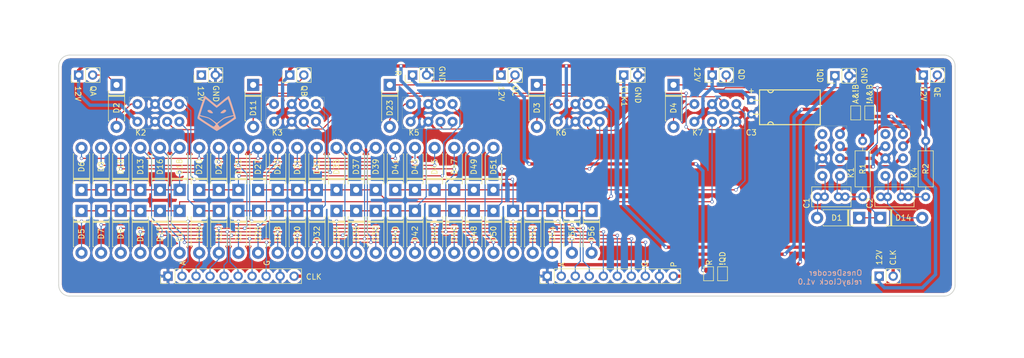
<source format=kicad_pcb>
(kicad_pcb (version 4) (host pcbnew 4.0.4+e1-6308~48~ubuntu16.04.1-stable)
  (layers (0 F.Cu signal) (31 B.Cu signal) (34 B.Paste user) (35 F.Paste user) (36 B.SilkS user) (37 F.SilkS user) (38 B.Mask user) (39 F.Mask user) (44 Edge.Cuts user))
  (net 0 "")
  (net 1 "Net-(C1-Pad1)")
  (net 2 "Net-(C1-Pad2)")
  (net 3 "Net-(C2-Pad1)")
  (net 4 "Net-(C2-Pad2)")
  (net 5 A)
  (net 6 QA)
  (net 7 "Net-(D2-Pad2)")
  (net 8 NUM0)
  (net 9 NUM4)
  (net 10 B)
  (net 11 C)
  (net 12 F)
  (net 13 D)
  (net 14 G)
  (net 15 QB)
  (net 16 "Net-(D11-Pad2)")
  (net 17 E)
  (net 18 NUM5)
  (net 19 NUM1)
  (net 20 NUM2)
  (net 21 QC)
  (net 22 "Net-(D23-Pad2)")
  (net 23 NUM3)
  (net 24 +12V)
  (net 25 RESET)
  (net 26 GND)
  (net 27 A&!B_POS)
  (net 28 !A&B_POS)
  (net 29 "Net-(K1-Pad2)")
  (net 30 "Net-(K1-Pad3)")
  (net 31 "Net-(K1-Pad6)")
  (net 32 "Net-(K2-Pad3)")
  (net 33 "Net-(K2-Pad6)")
  (net 34 "Net-(K3-Pad3)")
  (net 35 CLK1)
  (net 36 CLK2)
  (net 37 PIPE)
  (net 38 QE)
  (net 39 QD)
  (net 40 "Net-(D3-Pad2)")
  (net 41 "Net-(D4-Pad2)")
  (net 42 NUM6)
  (net 43 NUM7)
  (net 44 NUM8)
  (net 45 NUM9)
  (net 46 !QD)
  (net 47 "Net-(K5-Pad3)")
  (net 48 "Net-(K6-Pad3)")
  (module Jumper:SolderJumper_01x02 (layer F.Cu) (at 244.475 110.49 90)
    (fp_text reference JP1 hide)
    (fp_text value Jumper hide)
    (pad 1 smd rect (at -0.64 0 180) (size 1.27 0.97) (layers F.Cu F.Paste F.Mask) (net 27 A&!B_POS))
    (pad 2 smd rect (at 0.64 0 180) (size 1.27 0.97) (layers F.Cu F.Paste F.Mask) (net 36 CLK2))
  )
  (module Jumper:SolderJumper_01x02 (layer F.Cu) (at 247.015 110.49 90)
    (fp_text reference JP2 hide)
    (fp_text value Jumper hide)
    (pad 1 smd rect (at -0.64 0 180) (size 1.27 0.97) (layers F.Cu F.Paste F.Mask) (net 28 !A&B_POS))
    (pad 2 smd rect (at 0.64 0 180) (size 1.27 0.97) (layers F.Cu F.Paste F.Mask) (net 36 CLK2))
  )
  (module Jumper:SolderJumper_01x02 (layer F.Cu) (at 217.805 139.7 270)
    (fp_text reference JP3 hide)
    (fp_text value Jumper hide)
    (pad 1 smd rect (at -0.64 0) (size 1.27 0.97) (layers F.Cu F.Paste F.Mask) (net 25 RESET))
    (pad 2 smd rect (at 0.64 0) (size 1.27 0.97) (layers F.Cu F.Paste F.Mask) (net 37 PIPE))
  )
  (module Jumper:SolderJumper_01x02 (layer F.Cu) (at 220.345 139.7 270)
    (fp_text reference JP4 hide)
    (fp_text value Jumper hide)
    (pad 1 smd rect (at -0.64 0) (size 1.27 0.97) (layers F.Cu F.Paste F.Mask) (net 46 !QD))
    (pad 2 smd rect (at 0.64 0) (size 1.27 0.97) (layers F.Cu F.Paste F.Mask) (net 37 PIPE))
  )
  (module Resistor_THT:R_Axial_DIN0207_L6.3mm_D2.5mm_P10.16mm_Horizontal (layer F.Cu) (at 245.745 115.57 270)
    (fp_text reference R1 (at 5.08274 -0.00012 270) (layer F.SilkS))
    (fp_text value 100R)
    (pad 1 thru_hole circle (at 0 0 270) (size 1.6 1.6) (drill 0.8) (layers *.Cu *.Mask) (net 24 +12V))
    (pad 2 thru_hole oval (at 10.16 0 270) (size 1.6 1.6) (drill 0.8) (layers *.Cu *.Mask) (net 1 "Net-(C1-Pad1)"))
  )
  (module Resistor_THT:R_Axial_DIN0207_L6.3mm_D2.5mm_P10.16mm_Horizontal (layer F.Cu) (at 257.175 115.57 270)
    (fp_text reference R2 (at 5.08274 -0.00012 270) (layer F.SilkS))
    (fp_text value 100R)
    (pad 1 thru_hole circle (at 0 0 270) (size 1.6 1.6) (drill 0.8) (layers *.Cu *.Mask) (net 24 +12V))
    (pad 2 thru_hole oval (at 10.16 0 270) (size 1.6 1.6) (drill 0.8) (layers *.Cu *.Mask) (net 3 "Net-(C2-Pad1)"))
  )
  (module Capacitor_THT:C_Rect_L7.0mm_W3.5mm_P2.50mm_P5.00mm (layer F.Cu) (at 242.57 125.73 180)
    (fp_text reference C1 (at 6.98488 -1.14574 270) (layer F.SilkS))
    (fp_text value CP)
    (pad 1 thru_hole circle (at 1.25 0 180) (size 1.6 1.6) (drill 0.8) (layers *.Cu *.Mask) (net 1 "Net-(C1-Pad1)"))
    (pad 2 thru_hole circle (at 3.75 0 180) (size 1.6 1.6) (drill 0.8) (layers *.Cu *.Mask) (net 2 "Net-(C1-Pad2)"))
    (pad 1 thru_hole circle (at 0 0 180) (size 1.6 1.6) (drill 0.8) (layers *.Cu *.Mask) (net 1 "Net-(C1-Pad1)"))
    (pad 2 thru_hole circle (at 5 0 180) (size 1.6 1.6) (drill 0.8) (layers *.Cu *.Mask) (net 2 "Net-(C1-Pad2)"))
  )
  (module Capacitor_THT:C_Rect_L7.0mm_W3.5mm_P2.50mm_P5.00mm (layer F.Cu) (at 254 125.73 180)
    (fp_text reference C2 (at 6.98488 -1.14574 450) (layer F.SilkS))
    (fp_text value CP)
    (pad 1 thru_hole circle (at 1.25 0 180) (size 1.6 1.6) (drill 0.8) (layers *.Cu *.Mask) (net 3 "Net-(C2-Pad1)"))
    (pad 2 thru_hole circle (at 3.75 0 180) (size 1.6 1.6) (drill 0.8) (layers *.Cu *.Mask) (net 4 "Net-(C2-Pad2)"))
    (pad 1 thru_hole circle (at 0 0 180) (size 1.6 1.6) (drill 0.8) (layers *.Cu *.Mask) (net 3 "Net-(C2-Pad1)"))
    (pad 2 thru_hole circle (at 5 0 180) (size 1.6 1.6) (drill 0.8) (layers *.Cu *.Mask) (net 4 "Net-(C2-Pad2)"))
  )
  (module Diode_THT:D_DO-41_SOD81_P7.62mm_Horizontal (layer F.Cu) (at 245.11 129.54 180)
    (fp_text reference D1 (at 4.06388 -0.00274 180) (layer F.SilkS))
    (fp_text value D)
    (pad 1 thru_hole rect (at 0 0 180) (size 2.2 2.2) (drill 1.1) (layers *.Cu *.Mask) (net 38 QE))
    (pad 2 thru_hole oval (at 7.62 0 180) (size 2.2 2.2) (drill 1.1) (layers *.Cu *.Mask) (net 2 "Net-(C1-Pad2)"))
  )
  (module Diode_THT:D_DO-41_SOD81_P7.62mm_Horizontal (layer F.Cu) (at 248.92 129.54)
    (fp_text reference D14 (at 4.19112 0.00274) (layer F.SilkS))
    (fp_text value D)
    (pad 1 thru_hole rect (at 0 0) (size 2.2 2.2) (drill 1.1) (layers *.Cu *.Mask) (net 38 QE))
    (pad 2 thru_hole oval (at 7.62 0) (size 2.2 2.2) (drill 1.1) (layers *.Cu *.Mask) (net 4 "Net-(C2-Pad2)"))
  )
  (module Diode_THT:D_DO-41_SOD81_P7.62mm_Horizontal (layer F.Cu) (at 110.49 105.41 270)
    (fp_text reference D2 (at 4.19374 -0.00012 270) (layer F.SilkS))
    (fp_text value D)
    (pad 1 thru_hole rect (at 0 0 270) (size 2.2 2.2) (drill 1.1) (layers *.Cu *.Mask) (net 6 QA))
    (pad 2 thru_hole oval (at 7.62 0 270) (size 2.2 2.2) (drill 1.1) (layers *.Cu *.Mask) (net 7 "Net-(D2-Pad2)"))
  )
  (module Diode_THT:D_DO-41_SOD81_P7.62mm_Horizontal (layer F.Cu) (at 186.69 105.41 270)
    (fp_text reference D3 (at 4.19374 -0.00012 270) (layer F.SilkS))
    (fp_text value D)
    (pad 1 thru_hole rect (at 0 0 270) (size 2.2 2.2) (drill 1.1) (layers *.Cu *.Mask) (net 39 QD))
    (pad 2 thru_hole oval (at 7.62 0 270) (size 2.2 2.2) (drill 1.1) (layers *.Cu *.Mask) (net 40 "Net-(D3-Pad2)"))
  )
  (module Diode_THT:D_DO-41_SOD81_P7.62mm_Horizontal (layer F.Cu) (at 211.455 105.41 270)
    (fp_text reference D4 (at 4.19374 -0.00012 270) (layer F.SilkS))
    (fp_text value D)
    (pad 1 thru_hole rect (at 0 0 270) (size 2.2 2.2) (drill 1.1) (layers *.Cu *.Mask) (net 38 QE))
    (pad 2 thru_hole oval (at 7.62 0 270) (size 2.2 2.2) (drill 1.1) (layers *.Cu *.Mask) (net 41 "Net-(D4-Pad2)"))
  )
  (module Diode_THT:D_DO-41_SOD81_P7.62mm_Horizontal (layer F.Cu) (at 104.14 128.27 270)
    (fp_text reference D5 (at 4.19374 -0.00012 270) (layer F.SilkS))
    (fp_text value D)
    (pad 1 thru_hole rect (at 0 0 270) (size 2.2 2.2) (drill 1.1) (layers *.Cu *.Mask) (net 8 NUM0))
    (pad 2 thru_hole oval (at 7.62 0 270) (size 2.2 2.2) (drill 1.1) (layers *.Cu *.Mask) (net 5 A))
  )
  (module Diode_THT:D_DO-41_SOD81_P7.62mm_Horizontal (layer F.Cu) (at 104.14 124.46 90)
    (fp_text reference D6 (at 4.18826 0.00012 90) (layer F.SilkS))
    (fp_text value D)
    (pad 1 thru_hole rect (at 0 0 90) (size 2.2 2.2) (drill 1.1) (layers *.Cu *.Mask) (net 42 NUM6))
    (pad 2 thru_hole oval (at 7.62 0 90) (size 2.2 2.2) (drill 1.1) (layers *.Cu *.Mask) (net 5 A))
  )
  (module Diode_THT:D_DO-41_SOD81_P7.62mm_Horizontal (layer F.Cu) (at 107.696 128.27 270)
    (fp_text reference D7 (at 4.19374 -0.00012 270) (layer F.SilkS))
    (fp_text value D)
    (pad 1 thru_hole rect (at 0 0 270) (size 2.2 2.2) (drill 1.1) (layers *.Cu *.Mask) (net 8 NUM0))
    (pad 2 thru_hole oval (at 7.62 0 270) (size 2.2 2.2) (drill 1.1) (layers *.Cu *.Mask) (net 10 B))
  )
  (module Diode_THT:D_DO-41_SOD81_P7.62mm_Horizontal (layer F.Cu) (at 107.696 124.46 90)
    (fp_text reference D8 (at 4.18826 0.00012 90) (layer F.SilkS))
    (fp_text value D)
    (pad 1 thru_hole rect (at 0 0 90) (size 2.2 2.2) (drill 1.1) (layers *.Cu *.Mask) (net 42 NUM6))
    (pad 2 thru_hole oval (at 7.62 0 90) (size 2.2 2.2) (drill 1.1) (layers *.Cu *.Mask) (net 11 C))
  )
  (module Diode_THT:D_DO-41_SOD81_P7.62mm_Horizontal (layer F.Cu) (at 111.252 128.27 270)
    (fp_text reference D9 (at 4.19374 -0.00012 270) (layer F.SilkS))
    (fp_text value D)
    (pad 1 thru_hole rect (at 0 0 270) (size 2.2 2.2) (drill 1.1) (layers *.Cu *.Mask) (net 8 NUM0))
    (pad 2 thru_hole oval (at 7.62 0 270) (size 2.2 2.2) (drill 1.1) (layers *.Cu *.Mask) (net 11 C))
  )
  (module Diode_THT:D_DO-41_SOD81_P7.62mm_Horizontal (layer F.Cu) (at 111.252 124.46 90)
    (fp_text reference D10 (at 4.18826 0.00012 90) (layer F.SilkS))
    (fp_text value D)
    (pad 1 thru_hole rect (at 0 0 90) (size 2.2 2.2) (drill 1.1) (layers *.Cu *.Mask) (net 42 NUM6))
    (pad 2 thru_hole oval (at 7.62 0 90) (size 2.2 2.2) (drill 1.1) (layers *.Cu *.Mask) (net 13 D))
  )
  (module Diode_THT:D_DO-41_SOD81_P7.62mm_Horizontal (layer F.Cu) (at 135.255 105.41 270)
    (fp_text reference D11 (at 4.19374 -0.00012 270) (layer F.SilkS))
    (fp_text value D)
    (pad 1 thru_hole rect (at 0 0 270) (size 2.2 2.2) (drill 1.1) (layers *.Cu *.Mask) (net 15 QB))
    (pad 2 thru_hole oval (at 7.62 0 270) (size 2.2 2.2) (drill 1.1) (layers *.Cu *.Mask) (net 16 "Net-(D11-Pad2)"))
  )
  (module Diode_THT:D_DO-41_SOD81_P7.62mm_Horizontal (layer F.Cu) (at 114.808 128.27 270)
    (fp_text reference D12 (at 4.19374 -0.00012 270) (layer F.SilkS))
    (fp_text value D)
    (pad 1 thru_hole rect (at 0 0 270) (size 2.2 2.2) (drill 1.1) (layers *.Cu *.Mask) (net 8 NUM0))
    (pad 2 thru_hole oval (at 7.62 0 270) (size 2.2 2.2) (drill 1.1) (layers *.Cu *.Mask) (net 13 D))
  )
  (module Diode_THT:D_DO-41_SOD81_P7.62mm_Horizontal (layer F.Cu) (at 114.808 124.46 90)
    (fp_text reference D13 (at 4.18826 0.00012 90) (layer F.SilkS))
    (fp_text value D)
    (pad 1 thru_hole rect (at 0 0 90) (size 2.2 2.2) (drill 1.1) (layers *.Cu *.Mask) (net 42 NUM6))
    (pad 2 thru_hole oval (at 7.62 0 90) (size 2.2 2.2) (drill 1.1) (layers *.Cu *.Mask) (net 17 E))
  )
  (module Diode_THT:D_DO-41_SOD81_P7.62mm_Horizontal (layer F.Cu) (at 118.364 128.27 270)
    (fp_text reference D15 (at 4.19374 -0.00012 270) (layer F.SilkS))
    (fp_text value D)
    (pad 1 thru_hole rect (at 0 0 270) (size 2.2 2.2) (drill 1.1) (layers *.Cu *.Mask) (net 8 NUM0))
    (pad 2 thru_hole oval (at 7.62 0 270) (size 2.2 2.2) (drill 1.1) (layers *.Cu *.Mask) (net 17 E))
  )
  (module Diode_THT:D_DO-41_SOD81_P7.62mm_Horizontal (layer F.Cu) (at 118.364 124.46 90)
    (fp_text reference D16 (at 4.18826 0.00012 90) (layer F.SilkS))
    (fp_text value D)
    (pad 1 thru_hole rect (at 0 0 90) (size 2.2 2.2) (drill 1.1) (layers *.Cu *.Mask) (net 42 NUM6))
    (pad 2 thru_hole oval (at 7.62 0 90) (size 2.2 2.2) (drill 1.1) (layers *.Cu *.Mask) (net 12 F))
  )
  (module Diode_THT:D_DO-41_SOD81_P7.62mm_Horizontal (layer F.Cu) (at 121.92 128.27 270)
    (fp_text reference D17 (at 4.19374 -0.00012 270) (layer F.SilkS))
    (fp_text value D)
    (pad 1 thru_hole rect (at 0 0 270) (size 2.2 2.2) (drill 1.1) (layers *.Cu *.Mask) (net 8 NUM0))
    (pad 2 thru_hole oval (at 7.62 0 270) (size 2.2 2.2) (drill 1.1) (layers *.Cu *.Mask) (net 12 F))
  )
  (module Diode_THT:D_DO-41_SOD81_P7.62mm_Horizontal (layer F.Cu) (at 121.92 124.46 90)
    (fp_text reference D18 (at 4.18826 0.00012 90) (layer F.SilkS))
    (fp_text value D)
    (pad 1 thru_hole rect (at 0 0 90) (size 2.2 2.2) (drill 1.1) (layers *.Cu *.Mask) (net 42 NUM6))
    (pad 2 thru_hole oval (at 7.62 0 90) (size 2.2 2.2) (drill 1.1) (layers *.Cu *.Mask) (net 14 G))
  )
  (module Diode_THT:D_DO-41_SOD81_P7.62mm_Horizontal (layer F.Cu) (at 125.476 128.27 270)
    (fp_text reference D19 (at 4.19374 -0.00012 270) (layer F.SilkS))
    (fp_text value D)
    (pad 1 thru_hole rect (at 0 0 270) (size 2.2 2.2) (drill 1.1) (layers *.Cu *.Mask) (net 19 NUM1))
    (pad 2 thru_hole oval (at 7.62 0 270) (size 2.2 2.2) (drill 1.1) (layers *.Cu *.Mask) (net 10 B))
  )
  (module Diode_THT:D_DO-41_SOD81_P7.62mm_Horizontal (layer F.Cu) (at 125.476 124.46 90)
    (fp_text reference D20 (at 4.18826 0.00012 90) (layer F.SilkS))
    (fp_text value D)
    (pad 1 thru_hole rect (at 0 0 90) (size 2.2 2.2) (drill 1.1) (layers *.Cu *.Mask) (net 43 NUM7))
    (pad 2 thru_hole oval (at 7.62 0 90) (size 2.2 2.2) (drill 1.1) (layers *.Cu *.Mask) (net 5 A))
  )
  (module Diode_THT:D_DO-41_SOD81_P7.62mm_Horizontal (layer F.Cu) (at 129.032 128.27 270)
    (fp_text reference D21 (at 4.19374 -0.00012 270) (layer F.SilkS))
    (fp_text value D)
    (pad 1 thru_hole rect (at 0 0 270) (size 2.2 2.2) (drill 1.1) (layers *.Cu *.Mask) (net 19 NUM1))
    (pad 2 thru_hole oval (at 7.62 0 270) (size 2.2 2.2) (drill 1.1) (layers *.Cu *.Mask) (net 11 C))
  )
  (module Diode_THT:D_DO-41_SOD81_P7.62mm_Horizontal (layer F.Cu) (at 129.032 124.46 90)
    (fp_text reference D22 (at 4.18826 0.00012 90) (layer F.SilkS))
    (fp_text value D)
    (pad 1 thru_hole rect (at 0 0 90) (size 2.2 2.2) (drill 1.1) (layers *.Cu *.Mask) (net 43 NUM7))
    (pad 2 thru_hole oval (at 7.62 0 90) (size 2.2 2.2) (drill 1.1) (layers *.Cu *.Mask) (net 10 B))
  )
  (module Diode_THT:D_DO-41_SOD81_P7.62mm_Horizontal (layer F.Cu) (at 160.02 105.41 270)
    (fp_text reference D23 (at 4.19374 -0.00012 270) (layer F.SilkS))
    (fp_text value D)
    (pad 1 thru_hole rect (at 0 0 270) (size 2.2 2.2) (drill 1.1) (layers *.Cu *.Mask) (net 21 QC))
    (pad 2 thru_hole oval (at 7.62 0 270) (size 2.2 2.2) (drill 1.1) (layers *.Cu *.Mask) (net 22 "Net-(D23-Pad2)"))
  )
  (module Diode_THT:D_DO-41_SOD81_P7.62mm_Horizontal (layer F.Cu) (at 132.588 128.27 270)
    (fp_text reference D24 (at 4.19374 -0.00012 270) (layer F.SilkS))
    (fp_text value D)
    (pad 1 thru_hole rect (at 0 0 270) (size 2.2 2.2) (drill 1.1) (layers *.Cu *.Mask) (net 20 NUM2))
    (pad 2 thru_hole oval (at 7.62 0 270) (size 2.2 2.2) (drill 1.1) (layers *.Cu *.Mask) (net 5 A))
  )
  (module Diode_THT:D_DO-41_SOD81_P7.62mm_Horizontal (layer F.Cu) (at 132.588 124.46 90)
    (fp_text reference D25 (at 4.18826 0.00012 90) (layer F.SilkS))
    (fp_text value D)
    (pad 1 thru_hole rect (at 0 0 90) (size 2.2 2.2) (drill 1.1) (layers *.Cu *.Mask) (net 43 NUM7))
    (pad 2 thru_hole oval (at 7.62 0 90) (size 2.2 2.2) (drill 1.1) (layers *.Cu *.Mask) (net 11 C))
  )
  (module Diode_THT:D_DO-41_SOD81_P7.62mm_Horizontal (layer F.Cu) (at 136.144 128.27 270)
    (fp_text reference D26 (at 4.19374 -0.00012 270) (layer F.SilkS))
    (fp_text value D)
    (pad 1 thru_hole rect (at 0 0 270) (size 2.2 2.2) (drill 1.1) (layers *.Cu *.Mask) (net 20 NUM2))
    (pad 2 thru_hole oval (at 7.62 0 270) (size 2.2 2.2) (drill 1.1) (layers *.Cu *.Mask) (net 10 B))
  )
  (module Diode_THT:D_DO-41_SOD81_P7.62mm_Horizontal (layer F.Cu) (at 136.144 124.46 90)
    (fp_text reference D27 (at 4.18826 0.00012 90) (layer F.SilkS))
    (fp_text value D)
    (pad 1 thru_hole rect (at 0 0 90) (size 2.2 2.2) (drill 1.1) (layers *.Cu *.Mask) (net 44 NUM8))
    (pad 2 thru_hole oval (at 7.62 0 90) (size 2.2 2.2) (drill 1.1) (layers *.Cu *.Mask) (net 5 A))
  )
  (module Diode_THT:D_DO-41_SOD81_P7.62mm_Horizontal (layer F.Cu) (at 139.7 128.27 270)
    (fp_text reference D28 (at 4.19374 -0.00012 270) (layer F.SilkS))
    (fp_text value D)
    (pad 1 thru_hole rect (at 0 0 270) (size 2.2 2.2) (drill 1.1) (layers *.Cu *.Mask) (net 20 NUM2))
    (pad 2 thru_hole oval (at 7.62 0 270) (size 2.2 2.2) (drill 1.1) (layers *.Cu *.Mask) (net 13 D))
  )
  (module Diode_THT:D_DO-41_SOD81_P7.62mm_Horizontal (layer F.Cu) (at 139.7 124.46 90)
    (fp_text reference D29 (at 4.18826 0.00012 90) (layer F.SilkS))
    (fp_text value D)
    (pad 1 thru_hole rect (at 0 0 90) (size 2.2 2.2) (drill 1.1) (layers *.Cu *.Mask) (net 44 NUM8))
    (pad 2 thru_hole oval (at 7.62 0 90) (size 2.2 2.2) (drill 1.1) (layers *.Cu *.Mask) (net 10 B))
  )
  (module Diode_THT:D_DO-41_SOD81_P7.62mm_Horizontal (layer F.Cu) (at 143.256 128.27 270)
    (fp_text reference D30 (at 4.19374 -0.00012 270) (layer F.SilkS))
    (fp_text value D)
    (pad 1 thru_hole rect (at 0 0 270) (size 2.2 2.2) (drill 1.1) (layers *.Cu *.Mask) (net 20 NUM2))
    (pad 2 thru_hole oval (at 7.62 0 270) (size 2.2 2.2) (drill 1.1) (layers *.Cu *.Mask) (net 17 E))
  )
  (module Diode_THT:D_DO-41_SOD81_P7.62mm_Horizontal (layer F.Cu) (at 143.256 124.46 90)
    (fp_text reference D31 (at 4.18826 0.00012 90) (layer F.SilkS))
    (fp_text value D)
    (pad 1 thru_hole rect (at 0 0 90) (size 2.2 2.2) (drill 1.1) (layers *.Cu *.Mask) (net 44 NUM8))
    (pad 2 thru_hole oval (at 7.62 0 90) (size 2.2 2.2) (drill 1.1) (layers *.Cu *.Mask) (net 11 C))
  )
  (module Diode_THT:D_DO-41_SOD81_P7.62mm_Horizontal (layer F.Cu) (at 146.812 128.27 270)
    (fp_text reference D32 (at 4.19374 -0.00012 270) (layer F.SilkS))
    (fp_text value D)
    (pad 1 thru_hole rect (at 0 0 270) (size 2.2 2.2) (drill 1.1) (layers *.Cu *.Mask) (net 20 NUM2))
    (pad 2 thru_hole oval (at 7.62 0 270) (size 2.2 2.2) (drill 1.1) (layers *.Cu *.Mask) (net 14 G))
  )
  (module Diode_THT:D_DO-41_SOD81_P7.62mm_Horizontal (layer F.Cu) (at 146.812 124.46 90)
    (fp_text reference D33 (at 4.18826 0.00012 90) (layer F.SilkS))
    (fp_text value D)
    (pad 1 thru_hole rect (at 0 0 90) (size 2.2 2.2) (drill 1.1) (layers *.Cu *.Mask) (net 44 NUM8))
    (pad 2 thru_hole oval (at 7.62 0 90) (size 2.2 2.2) (drill 1.1) (layers *.Cu *.Mask) (net 13 D))
  )
  (module Diode_THT:D_DO-41_SOD81_P7.62mm_Horizontal (layer F.Cu) (at 150.368 128.27 270)
    (fp_text reference D34 (at 4.19374 -0.00012 270) (layer F.SilkS))
    (fp_text value D)
    (pad 1 thru_hole rect (at 0 0 270) (size 2.2 2.2) (drill 1.1) (layers *.Cu *.Mask) (net 23 NUM3))
    (pad 2 thru_hole oval (at 7.62 0 270) (size 2.2 2.2) (drill 1.1) (layers *.Cu *.Mask) (net 5 A))
  )
  (module Diode_THT:D_DO-41_SOD81_P7.62mm_Horizontal (layer F.Cu) (at 150.368 124.46 90)
    (fp_text reference D35 (at 4.18826 0.00012 90) (layer F.SilkS))
    (fp_text value D)
    (pad 1 thru_hole rect (at 0 0 90) (size 2.2 2.2) (drill 1.1) (layers *.Cu *.Mask) (net 44 NUM8))
    (pad 2 thru_hole oval (at 7.62 0 90) (size 2.2 2.2) (drill 1.1) (layers *.Cu *.Mask) (net 17 E))
  )
  (module Diode_THT:D_DO-41_SOD81_P7.62mm_Horizontal (layer F.Cu) (at 153.924 128.27 270)
    (fp_text reference D36 (at 4.19374 -0.00012 270) (layer F.SilkS))
    (fp_text value D)
    (pad 1 thru_hole rect (at 0 0 270) (size 2.2 2.2) (drill 1.1) (layers *.Cu *.Mask) (net 23 NUM3))
    (pad 2 thru_hole oval (at 7.62 0 270) (size 2.2 2.2) (drill 1.1) (layers *.Cu *.Mask) (net 10 B))
  )
  (module Diode_THT:D_DO-41_SOD81_P7.62mm_Horizontal (layer F.Cu) (at 153.924 124.46 90)
    (fp_text reference D37 (at 4.18826 0.00012 90) (layer F.SilkS))
    (fp_text value D)
    (pad 1 thru_hole rect (at 0 0 90) (size 2.2 2.2) (drill 1.1) (layers *.Cu *.Mask) (net 44 NUM8))
    (pad 2 thru_hole oval (at 7.62 0 90) (size 2.2 2.2) (drill 1.1) (layers *.Cu *.Mask) (net 12 F))
  )
  (module Diode_THT:D_DO-41_SOD81_P7.62mm_Horizontal (layer F.Cu) (at 157.48 128.27 270)
    (fp_text reference D38 (at 4.19374 -0.00012 270) (layer F.SilkS))
    (fp_text value D)
    (pad 1 thru_hole rect (at 0 0 270) (size 2.2 2.2) (drill 1.1) (layers *.Cu *.Mask) (net 23 NUM3))
    (pad 2 thru_hole oval (at 7.62 0 270) (size 2.2 2.2) (drill 1.1) (layers *.Cu *.Mask) (net 11 C))
  )
  (module Diode_THT:D_DO-41_SOD81_P7.62mm_Horizontal (layer F.Cu) (at 157.48 124.46 90)
    (fp_text reference D39 (at 4.18826 0.00012 90) (layer F.SilkS))
    (fp_text value D)
    (pad 1 thru_hole rect (at 0 0 90) (size 2.2 2.2) (drill 1.1) (layers *.Cu *.Mask) (net 44 NUM8))
    (pad 2 thru_hole oval (at 7.62 0 90) (size 2.2 2.2) (drill 1.1) (layers *.Cu *.Mask) (net 14 G))
  )
  (module Diode_THT:D_DO-41_SOD81_P7.62mm_Horizontal (layer F.Cu) (at 161.036 128.27 270)
    (fp_text reference D40 (at 4.19374 -0.00012 270) (layer F.SilkS))
    (fp_text value D)
    (pad 1 thru_hole rect (at 0 0 270) (size 2.2 2.2) (drill 1.1) (layers *.Cu *.Mask) (net 23 NUM3))
    (pad 2 thru_hole oval (at 7.62 0 270) (size 2.2 2.2) (drill 1.1) (layers *.Cu *.Mask) (net 13 D))
  )
  (module Diode_THT:D_DO-41_SOD81_P7.62mm_Horizontal (layer F.Cu) (at 161.036 124.46 90)
    (fp_text reference D41 (at 4.18826 0.00012 90) (layer F.SilkS))
    (fp_text value D)
    (pad 1 thru_hole rect (at 0 0 90) (size 2.2 2.2) (drill 1.1) (layers *.Cu *.Mask) (net 45 NUM9))
    (pad 2 thru_hole oval (at 7.62 0 90) (size 2.2 2.2) (drill 1.1) (layers *.Cu *.Mask) (net 5 A))
  )
  (module Diode_THT:D_DO-41_SOD81_P7.62mm_Horizontal (layer F.Cu) (at 164.592 128.27 270)
    (fp_text reference D42 (at 4.19374 -0.00012 270) (layer F.SilkS))
    (fp_text value D)
    (pad 1 thru_hole rect (at 0 0 270) (size 2.2 2.2) (drill 1.1) (layers *.Cu *.Mask) (net 23 NUM3))
    (pad 2 thru_hole oval (at 7.62 0 270) (size 2.2 2.2) (drill 1.1) (layers *.Cu *.Mask) (net 14 G))
  )
  (module Diode_THT:D_DO-41_SOD81_P7.62mm_Horizontal (layer F.Cu) (at 164.592 124.46 90)
    (fp_text reference D43 (at 4.18826 0.00012 90) (layer F.SilkS))
    (fp_text value D)
    (pad 1 thru_hole rect (at 0 0 90) (size 2.2 2.2) (drill 1.1) (layers *.Cu *.Mask) (net 45 NUM9))
    (pad 2 thru_hole oval (at 7.62 0 90) (size 2.2 2.2) (drill 1.1) (layers *.Cu *.Mask) (net 10 B))
  )
  (module Diode_THT:D_DO-41_SOD81_P7.62mm_Horizontal (layer F.Cu) (at 168.148 128.27 270)
    (fp_text reference D44 (at 4.19374 -0.00012 270) (layer F.SilkS))
    (fp_text value D)
    (pad 1 thru_hole rect (at 0 0 270) (size 2.2 2.2) (drill 1.1) (layers *.Cu *.Mask) (net 9 NUM4))
    (pad 2 thru_hole oval (at 7.62 0 270) (size 2.2 2.2) (drill 1.1) (layers *.Cu *.Mask) (net 10 B))
  )
  (module Diode_THT:D_DO-41_SOD81_P7.62mm_Horizontal (layer F.Cu) (at 168.148 124.46 90)
    (fp_text reference D45 (at 4.18826 0.00012 90) (layer F.SilkS))
    (fp_text value D)
    (pad 1 thru_hole rect (at 0 0 90) (size 2.2 2.2) (drill 1.1) (layers *.Cu *.Mask) (net 45 NUM9))
    (pad 2 thru_hole oval (at 7.62 0 90) (size 2.2 2.2) (drill 1.1) (layers *.Cu *.Mask) (net 11 C))
  )
  (module Diode_THT:D_DO-41_SOD81_P7.62mm_Horizontal (layer F.Cu) (at 171.704 128.27 270)
    (fp_text reference D46 (at 4.19374 -0.00012 270) (layer F.SilkS))
    (fp_text value D)
    (pad 1 thru_hole rect (at 0 0 270) (size 2.2 2.2) (drill 1.1) (layers *.Cu *.Mask) (net 9 NUM4))
    (pad 2 thru_hole oval (at 7.62 0 270) (size 2.2 2.2) (drill 1.1) (layers *.Cu *.Mask) (net 11 C))
  )
  (module Diode_THT:D_DO-41_SOD81_P7.62mm_Horizontal (layer F.Cu) (at 171.704 124.46 90)
    (fp_text reference D47 (at 4.18826 0.00012 90) (layer F.SilkS))
    (fp_text value D)
    (pad 1 thru_hole rect (at 0 0 90) (size 2.2 2.2) (drill 1.1) (layers *.Cu *.Mask) (net 45 NUM9))
    (pad 2 thru_hole oval (at 7.62 0 90) (size 2.2 2.2) (drill 1.1) (layers *.Cu *.Mask) (net 13 D))
  )
  (module Diode_THT:D_DO-41_SOD81_P7.62mm_Horizontal (layer F.Cu) (at 175.26 128.27 270)
    (fp_text reference D48 (at 4.19374 -0.00012 270) (layer F.SilkS))
    (fp_text value D)
    (pad 1 thru_hole rect (at 0 0 270) (size 2.2 2.2) (drill 1.1) (layers *.Cu *.Mask) (net 9 NUM4))
    (pad 2 thru_hole oval (at 7.62 0 270) (size 2.2 2.2) (drill 1.1) (layers *.Cu *.Mask) (net 12 F))
  )
  (module Diode_THT:D_DO-41_SOD81_P7.62mm_Horizontal (layer F.Cu) (at 175.26 124.46 90)
    (fp_text reference D49 (at 4.18826 0.00012 90) (layer F.SilkS))
    (fp_text value D)
    (pad 1 thru_hole rect (at 0 0 90) (size 2.2 2.2) (drill 1.1) (layers *.Cu *.Mask) (net 45 NUM9))
    (pad 2 thru_hole oval (at 7.62 0 90) (size 2.2 2.2) (drill 1.1) (layers *.Cu *.Mask) (net 12 F))
  )
  (module Diode_THT:D_DO-41_SOD81_P7.62mm_Horizontal (layer F.Cu) (at 178.816 128.27 270)
    (fp_text reference D50 (at 4.19374 -0.00012 270) (layer F.SilkS))
    (fp_text value D)
    (pad 1 thru_hole rect (at 0 0 270) (size 2.2 2.2) (drill 1.1) (layers *.Cu *.Mask) (net 9 NUM4))
    (pad 2 thru_hole oval (at 7.62 0 270) (size 2.2 2.2) (drill 1.1) (layers *.Cu *.Mask) (net 14 G))
  )
  (module Diode_THT:D_DO-41_SOD81_P7.62mm_Horizontal (layer F.Cu) (at 178.816 124.46 90)
    (fp_text reference D51 (at 4.18826 0.00012 90) (layer F.SilkS))
    (fp_text value D)
    (pad 1 thru_hole rect (at 0 0 90) (size 2.2 2.2) (drill 1.1) (layers *.Cu *.Mask) (net 45 NUM9))
    (pad 2 thru_hole oval (at 7.62 0 90) (size 2.2 2.2) (drill 1.1) (layers *.Cu *.Mask) (net 14 G))
  )
  (module Diode_THT:D_DO-41_SOD81_P7.62mm_Horizontal (layer F.Cu) (at 182.372 128.27 270)
    (fp_text reference D52 (at 4.19374 -0.00012 270) (layer F.SilkS))
    (fp_text value D)
    (pad 1 thru_hole rect (at 0 0 270) (size 2.2 2.2) (drill 1.1) (layers *.Cu *.Mask) (net 18 NUM5))
    (pad 2 thru_hole oval (at 7.62 0 270) (size 2.2 2.2) (drill 1.1) (layers *.Cu *.Mask) (net 5 A))
  )
  (module Diode_THT:D_DO-41_SOD81_P7.62mm_Horizontal (layer F.Cu) (at 185.928 128.27 270)
    (fp_text reference D53 (at 4.19374 -0.00012 270) (layer F.SilkS))
    (fp_text value D)
    (pad 1 thru_hole rect (at 0 0 270) (size 2.2 2.2) (drill 1.1) (layers *.Cu *.Mask) (net 18 NUM5))
    (pad 2 thru_hole oval (at 7.62 0 270) (size 2.2 2.2) (drill 1.1) (layers *.Cu *.Mask) (net 11 C))
  )
  (module Diode_THT:D_DO-41_SOD81_P7.62mm_Horizontal (layer F.Cu) (at 189.484 128.27 270)
    (fp_text reference D54 (at 4.19374 -0.00012 270) (layer F.SilkS))
    (fp_text value D)
    (pad 1 thru_hole rect (at 0 0 270) (size 2.2 2.2) (drill 1.1) (layers *.Cu *.Mask) (net 18 NUM5))
    (pad 2 thru_hole oval (at 7.62 0 270) (size 2.2 2.2) (drill 1.1) (layers *.Cu *.Mask) (net 13 D))
  )
  (module Diode_THT:D_DO-41_SOD81_P7.62mm_Horizontal (layer F.Cu) (at 193.04 128.27 270)
    (fp_text reference D55 (at 4.19374 -0.00012 270) (layer F.SilkS))
    (fp_text value D)
    (pad 1 thru_hole rect (at 0 0 270) (size 2.2 2.2) (drill 1.1) (layers *.Cu *.Mask) (net 18 NUM5))
    (pad 2 thru_hole oval (at 7.62 0 270) (size 2.2 2.2) (drill 1.1) (layers *.Cu *.Mask) (net 12 F))
  )
  (module Diode_THT:D_DO-41_SOD81_P7.62mm_Horizontal (layer F.Cu) (at 196.596 128.27 270)
    (fp_text reference D56 (at 4.19374 -0.00012 270) (layer F.SilkS))
    (fp_text value D)
    (pad 1 thru_hole rect (at 0 0 270) (size 2.2 2.2) (drill 1.1) (layers *.Cu *.Mask) (net 18 NUM5))
    (pad 2 thru_hole oval (at 7.62 0 270) (size 2.2 2.2) (drill 1.1) (layers *.Cu *.Mask) (net 14 G))
  )
  (module Connector_PinHeader_2.54mm:PinHeader_1x02_P2.54mm_Vertical (layer F.Cu) (at 103.62 103.62 90)
    (fp_text reference J1 hide)
    (fp_text value Conn_01x02)
    (pad 1 thru_hole rect (at 0 0 90) (size 1.7 1.7) (drill 1) (layers *.Cu *.Mask) (net 24 +12V))
    (pad 2 thru_hole oval (at 0 2.54 90) (size 1.7 1.7) (drill 1) (layers *.Cu *.Mask) (net 6 QA))
  )
  (module Connector_PinHeader_2.54mm:PinHeader_1x02_P2.54mm_Vertical (layer F.Cu) (at 141.9 103.62 90)
    (fp_text reference J2 hide)
    (fp_text value Conn_01x02 hide)
    (pad 1 thru_hole rect (at 0 0 90) (size 1.7 1.7) (drill 1) (layers *.Cu *.Mask) (net 24 +12V))
    (pad 2 thru_hole oval (at 0 2.54 90) (size 1.7 1.7) (drill 1) (layers *.Cu *.Mask) (net 15 QB))
  )
  (module Connector_PinHeader_2.54mm:PinHeader_1x02_P2.54mm_Vertical (layer F.Cu) (at 180.18 103.62 90)
    (fp_text reference J3 hide)
    (fp_text value Conn_01x02 hide)
    (pad 1 thru_hole rect (at 0 0 90) (size 1.7 1.7) (drill 1) (layers *.Cu *.Mask) (net 24 +12V))
    (pad 2 thru_hole oval (at 0 2.54 90) (size 1.7 1.7) (drill 1) (layers *.Cu *.Mask) (net 21 QC))
  )
  (module Connector_PinHeader_2.54mm:PinHeader_1x02_P2.54mm_Vertical (layer F.Cu) (at 218.46 103.62 90)
    (fp_text reference J4 hide)
    (fp_text value Conn_01x02 hide)
    (pad 1 thru_hole rect (at 0 0 90) (size 1.7 1.7) (drill 1) (layers *.Cu *.Mask) (net 24 +12V))
    (pad 2 thru_hole oval (at 0 2.54 90) (size 1.7 1.7) (drill 1) (layers *.Cu *.Mask) (net 39 QD))
  )
  (module Connector_PinHeader_2.54mm:PinHeader_1x02_P2.54mm_Vertical (layer F.Cu) (at 125.87 103.62 90)
    (fp_text reference J5 hide)
    (fp_text value Conn_01x02)
    (pad 1 thru_hole rect (at 0 0 90) (size 1.7 1.7) (drill 1) (layers *.Cu *.Mask))
    (pad 2 thru_hole oval (at 0 2.54 90) (size 1.7 1.7) (drill 1) (layers *.Cu *.Mask) (net 26 GND))
  )
  (module Connector_PinHeader_2.54mm:PinHeader_1x02_P2.54mm_Vertical (layer F.Cu) (at 164.15 103.62 90)
    (fp_text reference J6 hide)
    (fp_text value Conn_01x02 hide)
    (pad 1 thru_hole rect (at 0 0 90) (size 1.7 1.7) (drill 1) (layers *.Cu *.Mask) (net 25 RESET))
    (pad 2 thru_hole oval (at 0 2.54 90) (size 1.7 1.7) (drill 1) (layers *.Cu *.Mask) (net 26 GND))
  )
  (module Connector_PinHeader_2.54mm:PinHeader_1x02_P2.54mm_Vertical (layer F.Cu) (at 202.43 103.62 90)
    (fp_text reference J7 hide)
    (fp_text value Conn_01x02 hide)
    (pad 1 thru_hole rect (at 0 0 90) (size 1.7 1.7) (drill 1) (layers *.Cu *.Mask) (net 35 CLK1))
    (pad 2 thru_hole oval (at 0 2.54 90) (size 1.7 1.7) (drill 1) (layers *.Cu *.Mask) (net 26 GND))
  )
  (module Connector_PinHeader_2.54mm:PinHeader_1x10_P2.54mm_Vertical (layer F.Cu) (at 188.57 140.13 90)
    (fp_text reference J8 hide)
    (fp_text value Conn_01x10 hide)
    (pad 1 thru_hole rect (at 0 0 90) (size 1.7 1.7) (drill 1) (layers *.Cu *.Mask) (net 26 GND))
    (pad 2 thru_hole oval (at 0 2.54 90) (size 1.7 1.7) (drill 1) (layers *.Cu *.Mask) (net 5 A))
    (pad 3 thru_hole oval (at 0 5.08 90) (size 1.7 1.7) (drill 1) (layers *.Cu *.Mask) (net 10 B))
    (pad 4 thru_hole oval (at 0 7.62 90) (size 1.7 1.7) (drill 1) (layers *.Cu *.Mask) (net 11 C))
    (pad 5 thru_hole oval (at 0 10.16 90) (size 1.7 1.7) (drill 1) (layers *.Cu *.Mask) (net 13 D))
    (pad 6 thru_hole oval (at 0 12.7 90) (size 1.7 1.7) (drill 1) (layers *.Cu *.Mask) (net 17 E))
    (pad 7 thru_hole oval (at 0 15.24 90) (size 1.7 1.7) (drill 1) (layers *.Cu *.Mask) (net 12 F))
    (pad 8 thru_hole oval (at 0 17.78 90) (size 1.7 1.7) (drill 1) (layers *.Cu *.Mask) (net 14 G))
    (pad 9 thru_hole oval (at 0 20.32 90) (size 1.7 1.7) (drill 1) (layers *.Cu *.Mask) (net 26 GND))
    (pad 10 thru_hole oval (at 0 22.86 90) (size 1.7 1.7) (drill 1) (layers *.Cu *.Mask) (net 37 PIPE))
  )
  (module Connector_PinHeader_2.54mm:PinHeader_1x10_P2.54mm_Vertical (layer F.Cu) (at 119.82 140.13 90)
    (fp_text reference J9 hide)
    (fp_text value Conn_01x10 hide)
    (pad 1 thru_hole rect (at 0 0 90) (size 1.7 1.7) (drill 1) (layers *.Cu *.Mask) (net 26 GND))
    (pad 2 thru_hole oval (at 0 2.54 90) (size 1.7 1.7) (drill 1) (layers *.Cu *.Mask) (net 5 A))
    (pad 3 thru_hole oval (at 0 5.08 90) (size 1.7 1.7) (drill 1) (layers *.Cu *.Mask) (net 10 B))
    (pad 4 thru_hole oval (at 0 7.62 90) (size 1.7 1.7) (drill 1) (layers *.Cu *.Mask) (net 11 C))
    (pad 5 thru_hole oval (at 0 10.16 90) (size 1.7 1.7) (drill 1) (layers *.Cu *.Mask) (net 13 D))
    (pad 6 thru_hole oval (at 0 12.7 90) (size 1.7 1.7) (drill 1) (layers *.Cu *.Mask) (net 17 E))
    (pad 7 thru_hole oval (at 0 15.24 90) (size 1.7 1.7) (drill 1) (layers *.Cu *.Mask) (net 12 F))
    (pad 8 thru_hole oval (at 0 17.78 90) (size 1.7 1.7) (drill 1) (layers *.Cu *.Mask) (net 14 G))
    (pad 9 thru_hole oval (at 0 20.32 90) (size 1.7 1.7) (drill 1) (layers *.Cu *.Mask) (net 26 GND))
    (pad 10 thru_hole oval (at 0 22.86 90) (size 1.7 1.7) (drill 1) (layers *.Cu *.Mask) (net 36 CLK2))
  )
  (module Connector_PinHeader_2.54mm:PinHeader_1x02_P2.54mm_Vertical (layer F.Cu) (at 256.74 103.62 90)
    (fp_text reference J10 hide)
    (fp_text value Conn_01x02 hide)
    (pad 1 thru_hole rect (at 0 0 90) (size 1.7 1.7) (drill 1) (layers *.Cu *.Mask) (net 24 +12V))
    (pad 2 thru_hole oval (at 0 2.54 90) (size 1.7 1.7) (drill 1) (layers *.Cu *.Mask) (net 38 QE))
  )
  (module Connector_PinHeader_2.54mm:PinHeader_1x02_P2.54mm_Vertical (layer F.Cu) (at 248.73 140.13 90)
    (fp_text reference J11 hide)
    (fp_text value Conn_01x02 hide)
    (pad 1 thru_hole rect (at 0 0 90) (size 1.7 1.7) (drill 1) (layers *.Cu *.Mask) (net 24 +12V))
    (pad 2 thru_hole oval (at 0 2.54 90) (size 1.7 1.7) (drill 1) (layers *.Cu *.Mask) (net 35 CLK1))
  )
  (module Connector_PinHeader_2.54mm:PinHeader_1x02_P2.54mm_Vertical (layer F.Cu) (at 240.71 103.759 90)
    (fp_text reference J12 hide)
    (fp_text value Conn_01x02 hide)
    (pad 1 thru_hole rect (at 0 0 90) (size 1.7 1.7) (drill 1) (layers *.Cu *.Mask) (net 46 !QD))
    (pad 2 thru_hole oval (at 0 2.54 90) (size 1.7 1.7) (drill 1) (layers *.Cu *.Mask) (net 26 GND))
  )
  (module relayclock:CP_Radial_D6.3mm_P2.50mm_W11.00mm_vertical (layer F.Cu) (at 225.552 109.474)
    (fp_text reference C3 (at 0 4.6) (layer F.SilkS))
    (fp_text value CP)
    (fp_text user + (at 0 -3.048) (layer F.SilkS))
    (pad 1 thru_hole rect (at 0 -1.27) (size 1.524 1.524) (drill 0.762) (layers *.Cu *.Mask) (net 24 +12V))
    (pad 2 thru_hole circle (at 0 1.27) (size 1.524 1.524) (drill 0.762) (layers *.Cu *.Mask) (net 26 GND))
  )
  (module relayclock:FOX (layer B.Cu) (at 127.635 114.3 180)
    (fp_text reference G*** hide)
    (fp_text value LOGO hide)
  )
  (module relayclock:FTR-B4_PTH (layer F.Cu) (at 167.005 110.49)
    (fp_text reference K5 (at -2.6 3.6 180) (layer F.SilkS))
    (fp_text value FTR-B4)
    (pad 1 thru_hole circle (at -3.2 1.6) (size 1.8 1.8) (drill 0.85) (layers *.Cu *.Mask) (net 24 +12V))
    (pad 2 thru_hole circle (at 0 1.6) (size 1.8 1.8) (drill 0.85) (layers *.Cu *.Mask) (net 26 GND))
    (pad 3 thru_hole circle (at 2.2 1.6) (size 1.8 1.8) (drill 0.85) (layers *.Cu *.Mask) (net 47 "Net-(K5-Pad3)"))
    (pad 4 thru_hole circle (at 4.4 1.6) (size 1.8 1.8) (drill 0.85) (layers *.Cu *.Mask) (net 23 NUM3))
    (pad 5 thru_hole circle (at 4.4 -1.6) (size 1.8 1.8) (drill 0.85) (layers *.Cu *.Mask) (net 43 NUM7))
    (pad 6 thru_hole circle (at 2.2 -1.6) (size 1.8 1.8) (drill 0.85) (layers *.Cu *.Mask) (net 34 "Net-(K3-Pad3)"))
    (pad 7 thru_hole circle (at 0 -1.6) (size 1.8 1.8) (drill 0.85) (layers *.Cu *.Mask) (net 26 GND))
    (pad 8 thru_hole circle (at -3.2 -1.6) (size 1.8 1.8) (drill 0.85) (layers *.Cu *.Mask) (net 22 "Net-(D23-Pad2)"))
  )
  (module relayclock:FTR-B4_PTH (layer F.Cu) (at 117.475 110.49)
    (fp_text reference K2 (at -2.6 3.6 180) (layer F.SilkS))
    (fp_text value FTR-B4)
    (pad 1 thru_hole circle (at -3.2 1.6) (size 1.8 1.8) (drill 0.85) (layers *.Cu *.Mask) (net 24 +12V))
    (pad 2 thru_hole circle (at 0 1.6) (size 1.8 1.8) (drill 0.85) (layers *.Cu *.Mask) (net 26 GND))
    (pad 3 thru_hole circle (at 2.2 1.6) (size 1.8 1.8) (drill 0.85) (layers *.Cu *.Mask) (net 32 "Net-(K2-Pad3)"))
    (pad 4 thru_hole circle (at 4.4 1.6) (size 1.8 1.8) (drill 0.85) (layers *.Cu *.Mask) (net 19 NUM1))
    (pad 5 thru_hole circle (at 4.4 -1.6) (size 1.8 1.8) (drill 0.85) (layers *.Cu *.Mask) (net 18 NUM5))
    (pad 6 thru_hole circle (at 2.2 -1.6) (size 1.8 1.8) (drill 0.85) (layers *.Cu *.Mask) (net 33 "Net-(K2-Pad6)"))
    (pad 7 thru_hole circle (at 0 -1.6) (size 1.8 1.8) (drill 0.85) (layers *.Cu *.Mask) (net 26 GND))
    (pad 8 thru_hole circle (at -3.2 -1.6) (size 1.8 1.8) (drill 0.85) (layers *.Cu *.Mask) (net 7 "Net-(D2-Pad2)"))
  )
  (module relayclock:FTR-B4_PTH (layer F.Cu) (at 218.44 110.49)
    (fp_text reference K7 (at -2.6 3.6 180) (layer F.SilkS))
    (fp_text value FTR-B4)
    (pad 1 thru_hole circle (at -3.2 1.6) (size 1.8 1.8) (drill 0.85) (layers *.Cu *.Mask) (net 24 +12V))
    (pad 2 thru_hole circle (at 0 1.6) (size 1.8 1.8) (drill 0.85) (layers *.Cu *.Mask) (net 8 NUM0))
    (pad 3 thru_hole circle (at 2.2 1.6) (size 1.8 1.8) (drill 0.85) (layers *.Cu *.Mask) (net 33 "Net-(K2-Pad6)"))
    (pad 4 thru_hole circle (at 4.4 1.6) (size 1.8 1.8) (drill 0.85) (layers *.Cu *.Mask) (net 26 GND))
    (pad 5 thru_hole circle (at 4.4 -1.6) (size 1.8 1.8) (drill 0.85) (layers *.Cu *.Mask) (net 45 NUM9))
    (pad 6 thru_hole circle (at 2.2 -1.6) (size 1.8 1.8) (drill 0.85) (layers *.Cu *.Mask) (net 48 "Net-(K6-Pad3)"))
    (pad 7 thru_hole circle (at 0 -1.6) (size 1.8 1.8) (drill 0.85) (layers *.Cu *.Mask) (net 26 GND))
    (pad 8 thru_hole circle (at -3.2 -1.6) (size 1.8 1.8) (drill 0.85) (layers *.Cu *.Mask) (net 41 "Net-(D4-Pad2)"))
  )
  (module relayclock:FTR-B4_PTH (layer F.Cu) (at 193.675 110.49)
    (fp_text reference K6 (at -2.6 3.6 180) (layer F.SilkS))
    (fp_text value FTR-B4)
    (pad 1 thru_hole circle (at -3.2 1.6) (size 1.8 1.8) (drill 0.85) (layers *.Cu *.Mask) (net 24 +12V))
    (pad 2 thru_hole circle (at 0 1.6) (size 1.8 1.8) (drill 0.85) (layers *.Cu *.Mask) (net 26 GND))
    (pad 3 thru_hole circle (at 2.2 1.6) (size 1.8 1.8) (drill 0.85) (layers *.Cu *.Mask) (net 48 "Net-(K6-Pad3)"))
    (pad 4 thru_hole circle (at 4.4 1.6) (size 1.8 1.8) (drill 0.85) (layers *.Cu *.Mask) (net 9 NUM4))
    (pad 5 thru_hole circle (at 4.4 -1.6) (size 1.8 1.8) (drill 0.85) (layers *.Cu *.Mask) (net 44 NUM8))
    (pad 6 thru_hole circle (at 2.2 -1.6) (size 1.8 1.8) (drill 0.85) (layers *.Cu *.Mask) (net 47 "Net-(K5-Pad3)"))
    (pad 7 thru_hole circle (at 0 -1.6) (size 1.8 1.8) (drill 0.85) (layers *.Cu *.Mask) (net 26 GND))
    (pad 8 thru_hole circle (at -3.2 -1.6) (size 1.8 1.8) (drill 0.85) (layers *.Cu *.Mask) (net 40 "Net-(D3-Pad2)"))
  )
  (module relayclock:FTR-B4_PTH (layer F.Cu) (at 142.24 110.49)
    (fp_text reference K3 (at -2.6 3.6 180) (layer F.SilkS))
    (fp_text value FTR-B4)
    (pad 1 thru_hole circle (at -3.2 1.6) (size 1.8 1.8) (drill 0.85) (layers *.Cu *.Mask) (net 24 +12V))
    (pad 2 thru_hole circle (at 0 1.6) (size 1.8 1.8) (drill 0.85) (layers *.Cu *.Mask) (net 26 GND))
    (pad 3 thru_hole circle (at 2.2 1.6) (size 1.8 1.8) (drill 0.85) (layers *.Cu *.Mask) (net 34 "Net-(K3-Pad3)"))
    (pad 4 thru_hole circle (at 4.4 1.6) (size 1.8 1.8) (drill 0.85) (layers *.Cu *.Mask) (net 20 NUM2))
    (pad 5 thru_hole circle (at 4.4 -1.6) (size 1.8 1.8) (drill 0.85) (layers *.Cu *.Mask) (net 42 NUM6))
    (pad 6 thru_hole circle (at 2.2 -1.6) (size 1.8 1.8) (drill 0.85) (layers *.Cu *.Mask) (net 32 "Net-(K2-Pad3)"))
    (pad 7 thru_hole circle (at 0 -1.6) (size 1.8 1.8) (drill 0.85) (layers *.Cu *.Mask) (net 26 GND))
    (pad 8 thru_hole circle (at -3.2 -1.6) (size 1.8 1.8) (drill 0.85) (layers *.Cu *.Mask) (net 16 "Net-(D11-Pad2)"))
  )
  (module relayclock:FTR-B4_PTH (layer F.Cu) (at 251.46 118.745 90)
    (fp_text reference K4 (at -2.6 3.6 270) (layer F.SilkS))
    (fp_text value FTR-B4)
    (pad 1 thru_hole circle (at -3.2 1.6 90) (size 1.8 1.8) (drill 0.85) (layers *.Cu *.Mask) (net 3 "Net-(C2-Pad1)"))
    (pad 2 thru_hole circle (at 0 1.6 90) (size 1.8 1.8) (drill 0.85) (layers *.Cu *.Mask) (net 29 "Net-(K1-Pad2)"))
    (pad 3 thru_hole circle (at 2.2 1.6 90) (size 1.8 1.8) (drill 0.85) (layers *.Cu *.Mask) (net 30 "Net-(K1-Pad3)"))
    (pad 4 thru_hole circle (at 4.4 1.6 90) (size 1.8 1.8) (drill 0.85) (layers *.Cu *.Mask) (net 28 !A&B_POS))
    (pad 5 thru_hole circle (at 4.4 -1.6 90) (size 1.8 1.8) (drill 0.85) (layers *.Cu *.Mask))
    (pad 6 thru_hole circle (at 2.2 -1.6 90) (size 1.8 1.8) (drill 0.85) (layers *.Cu *.Mask) (net 31 "Net-(K1-Pad6)"))
    (pad 7 thru_hole circle (at 0 -1.6 90) (size 1.8 1.8) (drill 0.85) (layers *.Cu *.Mask) (net 26 GND))
    (pad 8 thru_hole circle (at -3.2 -1.6 90) (size 1.8 1.8) (drill 0.85) (layers *.Cu *.Mask) (net 4 "Net-(C2-Pad2)"))
  )
  (module relayclock:FTR-B4_PTH (layer F.Cu) (at 240.03 118.745 90)
    (fp_text reference K1 (at -2.6 3.6 270) (layer F.SilkS))
    (fp_text value FTR-B4)
    (pad 1 thru_hole circle (at -3.2 1.6 90) (size 1.8 1.8) (drill 0.85) (layers *.Cu *.Mask) (net 1 "Net-(C1-Pad1)"))
    (pad 2 thru_hole circle (at 0 1.6 90) (size 1.8 1.8) (drill 0.85) (layers *.Cu *.Mask) (net 29 "Net-(K1-Pad2)"))
    (pad 3 thru_hole circle (at 2.2 1.6 90) (size 1.8 1.8) (drill 0.85) (layers *.Cu *.Mask) (net 30 "Net-(K1-Pad3)"))
    (pad 4 thru_hole circle (at 4.4 1.6 90) (size 1.8 1.8) (drill 0.85) (layers *.Cu *.Mask) (net 27 A&!B_POS))
    (pad 5 thru_hole circle (at 4.4 -1.6 90) (size 1.8 1.8) (drill 0.85) (layers *.Cu *.Mask))
    (pad 6 thru_hole circle (at 2.2 -1.6 90) (size 1.8 1.8) (drill 0.85) (layers *.Cu *.Mask) (net 31 "Net-(K1-Pad6)"))
    (pad 7 thru_hole circle (at 0 -1.6 90) (size 1.8 1.8) (drill 0.85) (layers *.Cu *.Mask) (net 26 GND))
    (pad 8 thru_hole circle (at -3.2 -1.6 90) (size 1.8 1.8) (drill 0.85) (layers *.Cu *.Mask) (net 2 "Net-(C1-Pad2)"))
  )
  (gr_text CLK (at 146.25 140.25) (layer F.SilkS) (effects (font (size 1 1))))
  (gr_text G (at 137.75 137.75 90) (layer F.SilkS) (effects (font (size 1 1))))
  (gr_text A (at 122.5 137.75 90) (layer F.SilkS) (effects (font (size 1 1))))
  (gr_text A (at 191.25 138 90) (layer F.SilkS) (effects (font (size 1 1))))
  (gr_text G (at 206.25 138 90) (layer F.SilkS) (effects (font (size 1 1))))
  (gr_text P (at 211.5 138 90) (layer F.SilkS) (effects (font (size 1 1))))
  (gr_text GND (at 246 103.75 270) (layer F.SilkS) (effects (font (size 1 1))))
  (gr_text GND (at 205 107.25 270) (layer F.SilkS) (effects (font (size 1 1))))
  (gr_text GND (at 169.5 103.5 270) (layer F.SilkS) (effects (font (size 1 1))))
  (gr_text GND (at 128.5 107 270) (layer F.SilkS) (effects (font (size 1 1))))
  (gr_text 12V (at 180.25 107 270) (layer F.SilkS) (effects (font (size 1 1))))
  (gr_text 12V (at 215.75 103.5 270) (layer F.SilkS) (effects (font (size 1 1))))
  (gr_text 12V (at 103.5 107 270) (layer F.SilkS) (effects (font (size 1 1))))
  (gr_text 12V (at 125.75 107 270) (layer F.SilkS) (effects (font (size 1 1))))
  (gr_text QA (at 106.25 106.5 270) (layer F.SilkS) (effects (font (size 1 1))))
  (gr_text QB (at 144.5 106.5 270) (layer F.SilkS) (effects (font (size 1 1))))
  (gr_text R (at 161.5 103.25 270) (layer F.SilkS) (effects (font (size 1 1))))
  (gr_text QC (at 182.75 106.5 270) (layer F.SilkS) (effects (font (size 1 1))))
  (gr_text CLK1 (at 202.5 107.5 270) (layer F.SilkS) (effects (font (size 1 1))))
  (gr_text !QD (at 238 103.75 270) (layer F.SilkS) (effects (font (size 1 1))))
  (gr_text QD (at 223.75 103.5 270) (layer F.SilkS) (effects (font (size 1 1))))
  (gr_text QE (at 259.25 106.75 270) (layer F.SilkS) (effects (font (size 1 1))))
  (gr_text 12V (at 256.75 107 270) (layer F.SilkS) (effects (font (size 1 1))))
  (gr_text CLK (at 251.25 136.75 90) (layer F.SilkS) (effects (font (size 1 1))))
  (gr_text 12V (at 248.75 136.75 90) (layer F.SilkS) (effects (font (size 1 1))))
  (gr_text "OnesDecoder\nrelayClock v1.0" (at 245.745 140.335) (layer B.SilkS) (effects (font (size 1 1)) (justify left mirror)))
  (gr_text !A&B (at 247.01512 107.06374 90) (layer F.SilkS) (effects (font (size 1 1))))
  (gr_text A&!B (at 244.47512 107.06374 90) (layer F.SilkS) (effects (font (size 1 1))))
  (gr_text !QD (at 220.345 136.906 90) (layer F.SilkS) (effects (font (size 1 1))))
  (gr_text R (at 217.932 137.668 90) (layer F.SilkS) (effects (font (size 1 1))))
  (gr_arc (start 260.5 102) (end 260.5 100) (angle 90) (layer Edge.Cuts) (width 0.15))
  (gr_arc (start 260.5 141.75) (end 262.5 141.75) (angle 90) (layer Edge.Cuts) (width 0.15))
  (gr_arc (start 102.00012 141.75) (end 102.00012 143.75) (angle 90) (layer Edge.Cuts) (width 0.15))
  (gr_arc (start 102.00012 102.00274) (end 100.00012 102.00274) (angle 90) (layer Edge.Cuts) (width 0.15))
  (gr_line (start 100 141.75) (end 100 102) (angle 90) (layer Edge.Cuts) (width 0.15))
  (gr_line (start 260.5 143.75) (end 102 143.75) (angle 90) (layer Edge.Cuts) (width 0.15))
  (gr_line (start 262.5 102) (end 262.5 141.75) (angle 90) (layer Edge.Cuts) (width 0.15))
  (gr_line (start 102 100) (end 260.5 100) (angle 90) (layer Edge.Cuts) (width 0.15))
  (segment (start 245.745 125.73) (end 242.57 125.73) (width 0.2) (layer B.Cu) (net 1))
  (segment (start 242.57 125.73) (end 241.32 125.73) (width 0.2) (layer B.Cu) (net 1))
  (segment (start 241.13 121.945) (end 241.13 125.54) (width 0.2) (layer B.Cu) (net 1))
  (segment (start 237.57 125.73) (end 237.57 129.46) (width 0.2) (layer B.Cu) (net 2))
  (segment (start 237.57 129.46) (end 237.49 129.54) (width 0.2) (layer B.Cu) (net 2))
  (segment (start 238.82 125.73) (end 237.57 125.73) (width 0.2) (layer B.Cu) (net 2))
  (segment (start 238.93 121.945) (end 238.93 125.62) (width 0.2) (layer B.Cu) (net 2))
  (segment (start 238.93 125.62) (end 238.82 125.73) (width 0.2) (layer B.Cu) (net 2))
  (segment (start 257.175 125.73) (end 254 125.73) (width 0.2) (layer B.Cu) (net 3))
  (segment (start 252.75 125.73) (end 254 125.73) (width 0.2) (layer B.Cu) (net 3))
  (segment (start 252.56 121.945) (end 252.56 125.54) (width 0.2) (layer B.Cu) (net 3))
  (segment (start 256.54 129.54) (end 252.857 129.54) (width 0.2) (layer B.Cu) (net 4))
  (segment (start 250.25 126.933) (end 250.25 125.73) (width 0.2) (layer B.Cu) (net 4))
  (segment (start 252.857 129.54) (end 250.25 126.933) (width 0.2) (layer B.Cu) (net 4))
  (segment (start 249 125.73) (end 250.25 125.73) (width 0.2) (layer B.Cu) (net 4))
  (segment (start 250.25 125.73) (end 250.36 125.62) (width 0.2) (layer B.Cu) (net 4))
  (segment (start 250.36 125.62) (end 250.36 121.945) (width 0.2) (layer B.Cu) (net 4))
  (segment (start 191.11 140.13) (end 191.11 130.785) (width 0.2) (layer B.Cu) (net 5))
  (segment (start 190.5 130.175) (end 182.372 130.175) (width 0.2) (layer F.Cu) (net 5))
  (via (at 190.5 130.175) (size 0.6) (drill 0.4) (layers F.Cu B.Cu) (net 5))
  (segment (start 191.11 130.785) (end 190.5 130.175) (width 0.2) (layer B.Cu) (net 5))
  (segment (start 136.144 116.84) (end 135.763 116.84) (width 0.2) (layer B.Cu) (net 5))
  (segment (start 135.763 116.84) (end 134.62 117.983) (width 0.2) (layer B.Cu) (net 5))
  (via (at 135.001 130.175) (size 0.6) (drill 0.4) (layers F.Cu B.Cu) (net 5))
  (segment (start 134.62 129.794) (end 135.001 130.175) (width 0.2) (layer B.Cu) (net 5))
  (segment (start 134.62 117.983) (end 134.62 129.794) (width 0.2) (layer B.Cu) (net 5))
  (segment (start 182.372 135.89) (end 182.372 130.175) (width 0.2) (layer B.Cu) (net 5))
  (via (at 182.372 130.175) (size 0.6) (drill 0.4) (layers F.Cu B.Cu) (net 5))
  (segment (start 150.368 135.89) (end 150.368 130.175) (width 0.2) (layer B.Cu) (net 5))
  (via (at 150.368 130.175) (size 0.6) (drill 0.4) (layers F.Cu B.Cu) (net 5))
  (segment (start 122.36 140.13) (end 122.36 138.498) (width 0.2) (layer B.Cu) (net 5))
  (via (at 123.444 130.175) (size 0.6) (drill 0.4) (layers F.Cu B.Cu) (net 5))
  (segment (start 123.444 137.414) (end 123.444 130.175) (width 0.2) (layer B.Cu) (net 5))
  (segment (start 122.36 138.498) (end 123.444 137.414) (width 0.2) (layer B.Cu) (net 5))
  (segment (start 132.588 135.89) (end 132.588 130.175) (width 0.2) (layer B.Cu) (net 5))
  (via (at 132.588 130.175) (size 0.6) (drill 0.4) (layers F.Cu B.Cu) (net 5))
  (via (at 125.476 118.745) (size 0.6) (drill 0.4) (layers F.Cu B.Cu) (net 5))
  (segment (start 125.476 116.84) (end 125.476 118.491) (width 0.2) (layer B.Cu) (net 5))
  (segment (start 125.476 118.491) (end 125.476 118.745) (width 0.2) (layer B.Cu) (net 5))
  (segment (start 136.144 116.84) (end 136.144 118.491) (width 0.2) (layer B.Cu) (net 5))
  (via (at 136.144 118.745) (size 0.6) (drill 0.4) (layers F.Cu B.Cu) (net 5))
  (segment (start 136.144 118.491) (end 136.144 118.745) (width 0.2) (layer B.Cu) (net 5))
  (segment (start 104.14 116.84) (end 104.14 118.745) (width 0.2) (layer B.Cu) (net 5))
  (segment (start 161.036 118.364) (end 161.036 116.84) (width 0.2) (layer B.Cu) (net 5))
  (segment (start 161.036 118.745) (end 161.036 118.364) (width 0.2) (layer B.Cu) (net 5))
  (via (at 161.036 118.745) (size 0.6) (drill 0.4) (layers F.Cu B.Cu) (net 5))
  (segment (start 104.14 118.745) (end 125.476 118.745) (width 0.2) (layer F.Cu) (net 5))
  (segment (start 125.476 118.745) (end 136.144 118.745) (width 0.2) (layer F.Cu) (net 5))
  (segment (start 136.144 118.745) (end 161.036 118.745) (width 0.2) (layer F.Cu) (net 5))
  (via (at 104.14 118.745) (size 0.6) (drill 0.4) (layers F.Cu B.Cu) (net 5))
  (segment (start 104.14 135.89) (end 104.14 130.175) (width 0.2) (layer B.Cu) (net 5))
  (segment (start 104.775 130.175) (end 123.444 130.175) (width 0.2) (layer F.Cu) (net 5))
  (segment (start 123.444 130.175) (end 132.588 130.175) (width 0.2) (layer F.Cu) (net 5))
  (segment (start 132.588 130.175) (end 135.001 130.175) (width 0.2) (layer F.Cu) (net 5))
  (segment (start 135.001 130.175) (end 150.368 130.175) (width 0.2) (layer F.Cu) (net 5))
  (segment (start 150.368 130.175) (end 182.372 130.175) (width 0.2) (layer F.Cu) (net 5))
  (segment (start 104.14 130.175) (end 104.775 130.175) (width 0.2) (layer F.Cu) (net 5))
  (via (at 104.14 130.175) (size 0.6) (drill 0.4) (layers F.Cu B.Cu) (net 5))
  (segment (start 106.16 103.62) (end 108.7 103.62) (width 0.2) (layer F.Cu) (net 6))
  (segment (start 108.7 103.62) (end 110.49 105.41) (width 0.2) (layer F.Cu) (net 6))
  (segment (start 114.275 108.89) (end 113.11 108.89) (width 0.2) (layer F.Cu) (net 7))
  (segment (start 110.49 111.51) (end 110.49 113.03) (width 0.2) (layer F.Cu) (net 7))
  (segment (start 113.11 108.89) (end 110.49 111.51) (width 0.2) (layer F.Cu) (net 7))
  (segment (start 218.44 111.59) (end 218.44 116.459) (width 0.2) (layer B.Cu) (net 8))
  (segment (start 121.92 126.619) (end 121.92 128.27) (width 0.2) (layer F.Cu) (net 8))
  (via (at 218.44 126.619) (size 0.6) (drill 0.4) (layers F.Cu B.Cu) (net 8))
  (segment (start 212.725 126.619) (end 218.44 126.619) (width 0.2) (layer F.Cu) (net 8))
  (segment (start 121.92 126.619) (end 212.725 126.619) (width 0.2) (layer F.Cu) (net 8))
  (segment (start 218.44 116.459) (end 218.44 126.619) (width 0.2) (layer B.Cu) (net 8))
  (segment (start 104.14 128.27) (end 107.696 128.27) (width 0.2) (layer F.Cu) (net 8))
  (segment (start 107.696 128.27) (end 111.252 128.27) (width 0.2) (layer F.Cu) (net 8))
  (segment (start 111.252 128.27) (end 114.808 128.27) (width 0.2) (layer F.Cu) (net 8))
  (segment (start 114.808 128.27) (end 118.364 128.27) (width 0.2) (layer F.Cu) (net 8))
  (segment (start 118.364 128.27) (end 121.92 128.27) (width 0.2) (layer F.Cu) (net 8))
  (segment (start 198.075 111.59) (end 198.075 118.79) (width 0.2) (layer B.Cu) (net 9))
  (via (at 180.34 120.65) (size 0.6) (drill 0.4) (layers F.Cu B.Cu) (net 9))
  (segment (start 180.34 120.65) (end 196.215 120.65) (width 0.2) (layer F.Cu) (net 9))
  (segment (start 180.34 126.746) (end 178.816 128.27) (width 0.2) (layer B.Cu) (net 9))
  (segment (start 180.34 126.746) (end 180.34 120.65) (width 0.2) (layer B.Cu) (net 9))
  (via (at 196.215 120.65) (size 0.6) (drill 0.4) (layers F.Cu B.Cu) (net 9))
  (segment (start 197.993 118.872) (end 196.215 120.65) (width 0.2) (layer B.Cu) (net 9))
  (segment (start 198.075 118.79) (end 197.993 118.872) (width 0.2) (layer B.Cu) (net 9))
  (segment (start 168.148 128.27) (end 171.704 128.27) (width 0.2) (layer F.Cu) (net 9))
  (segment (start 171.704 128.27) (end 175.26 128.27) (width 0.2) (layer F.Cu) (net 9))
  (segment (start 175.26 128.27) (end 178.816 128.27) (width 0.2) (layer F.Cu) (net 9))
  (segment (start 193.65 140.13) (end 193.65 138.328) (width 0.2) (layer B.Cu) (net 10))
  (via (at 193.04 130.81) (size 0.6) (drill 0.4) (layers F.Cu B.Cu) (net 10))
  (segment (start 194.564 132.334) (end 193.04 130.81) (width 0.2) (layer B.Cu) (net 10))
  (segment (start 194.564 137.414) (end 194.564 132.334) (width 0.2) (layer B.Cu) (net 10))
  (segment (start 193.65 138.328) (end 194.564 137.414) (width 0.2) (layer B.Cu) (net 10))
  (segment (start 136.144 130.81) (end 136.652 130.81) (width 0.2) (layer B.Cu) (net 10))
  (segment (start 137.668 121.412) (end 139.7 119.38) (width 0.2) (layer B.Cu) (net 10))
  (segment (start 137.668 129.794) (end 137.668 121.412) (width 0.2) (layer B.Cu) (net 10))
  (segment (start 136.652 130.81) (end 137.668 129.794) (width 0.2) (layer B.Cu) (net 10))
  (segment (start 168.148 135.89) (end 168.148 130.81) (width 0.2) (layer B.Cu) (net 10))
  (via (at 168.148 130.81) (size 0.6) (drill 0.4) (layers F.Cu B.Cu) (net 10))
  (segment (start 153.924 135.89) (end 153.924 130.81) (width 0.2) (layer B.Cu) (net 10))
  (via (at 153.924 130.81) (size 0.6) (drill 0.4) (layers F.Cu B.Cu) (net 10))
  (segment (start 125.476 135.89) (end 125.476 137.795) (width 0.2) (layer B.Cu) (net 10))
  (segment (start 124.9 138.371) (end 124.9 140.13) (width 0.2) (layer B.Cu) (net 10))
  (segment (start 125.476 137.795) (end 124.9 138.371) (width 0.2) (layer B.Cu) (net 10))
  (segment (start 125.476 135.89) (end 125.476 130.81) (width 0.2) (layer B.Cu) (net 10))
  (via (at 125.476 130.81) (size 0.6) (drill 0.4) (layers F.Cu B.Cu) (net 10))
  (segment (start 136.144 135.89) (end 136.144 130.81) (width 0.2) (layer B.Cu) (net 10))
  (via (at 136.144 130.81) (size 0.6) (drill 0.4) (layers F.Cu B.Cu) (net 10))
  (segment (start 164.592 119.38) (end 164.592 116.84) (width 0.2) (layer B.Cu) (net 10))
  (segment (start 129.032 116.84) (end 129.032 119.38) (width 0.2) (layer B.Cu) (net 10))
  (segment (start 129.032 119.38) (end 139.7 119.38) (width 0.2) (layer F.Cu) (net 10))
  (via (at 129.032 119.38) (size 0.6) (drill 0.4) (layers F.Cu B.Cu) (net 10))
  (segment (start 139.7 116.84) (end 139.7 119.38) (width 0.2) (layer B.Cu) (net 10))
  (via (at 139.7 119.38) (size 0.6) (drill 0.4) (layers F.Cu B.Cu) (net 10))
  (segment (start 164.592 119.38) (end 164.719 119.253) (width 0.2) (layer B.Cu) (net 10))
  (via (at 164.592 119.38) (size 0.6) (drill 0.4) (layers F.Cu B.Cu) (net 10))
  (segment (start 139.7 119.38) (end 164.592 119.38) (width 0.2) (layer F.Cu) (net 10))
  (segment (start 107.696 135.89) (end 107.696 131.064) (width 0.2) (layer B.Cu) (net 10))
  (segment (start 107.696 130.81) (end 125.476 130.81) (width 0.2) (layer F.Cu) (net 10))
  (segment (start 125.476 130.81) (end 136.144 130.81) (width 0.2) (layer F.Cu) (net 10))
  (segment (start 136.144 130.81) (end 153.924 130.81) (width 0.2) (layer F.Cu) (net 10))
  (segment (start 153.924 130.81) (end 168.148 130.81) (width 0.2) (layer F.Cu) (net 10))
  (segment (start 168.148 130.81) (end 193.04 130.81) (width 0.2) (layer F.Cu) (net 10))
  (via (at 107.696 130.81) (size 0.6) (drill 0.4) (layers F.Cu B.Cu) (net 10))
  (segment (start 107.696 131.064) (end 107.696 130.81) (width 0.2) (layer B.Cu) (net 10))
  (segment (start 196.19 140.13) (end 196.19 138.532) (width 0.2) (layer B.Cu) (net 11))
  (segment (start 194.945 131.445) (end 185.928 131.445) (width 0.2) (layer F.Cu) (net 11))
  (segment (start 195.072 131.445) (end 194.945 131.445) (width 0.2) (layer F.Cu) (net 11))
  (via (at 195.072 131.445) (size 0.6) (drill 0.4) (layers F.Cu B.Cu) (net 11))
  (segment (start 195.072 137.414) (end 195.072 131.445) (width 0.2) (layer B.Cu) (net 11))
  (segment (start 196.19 138.532) (end 195.072 137.414) (width 0.2) (layer B.Cu) (net 11))
  (segment (start 143.256 116.84) (end 143.256 120.015) (width 0.2) (layer B.Cu) (net 11))
  (via (at 143.256 120.015) (size 0.6) (drill 0.4) (layers F.Cu B.Cu) (net 11))
  (segment (start 132.588 120.015) (end 134.112 121.539) (width 0.2) (layer B.Cu) (net 11))
  (via (at 133.731 131.445) (size 0.6) (drill 0.4) (layers F.Cu B.Cu) (net 11))
  (segment (start 134.112 131.064) (end 133.731 131.445) (width 0.2) (layer B.Cu) (net 11))
  (segment (start 134.112 121.539) (end 134.112 131.064) (width 0.2) (layer B.Cu) (net 11))
  (segment (start 185.928 135.89) (end 185.928 131.445) (width 0.2) (layer B.Cu) (net 11))
  (via (at 185.928 131.445) (size 0.6) (drill 0.4) (layers F.Cu B.Cu) (net 11))
  (segment (start 171.704 135.89) (end 171.704 131.445) (width 0.2) (layer B.Cu) (net 11))
  (via (at 171.704 131.445) (size 0.6) (drill 0.4) (layers F.Cu B.Cu) (net 11))
  (segment (start 157.48 135.89) (end 157.48 131.445) (width 0.2) (layer B.Cu) (net 11))
  (via (at 157.48 131.445) (size 0.6) (drill 0.4) (layers F.Cu B.Cu) (net 11))
  (segment (start 127.44 140.13) (end 127.44 138.625) (width 0.2) (layer B.Cu) (net 11))
  (segment (start 129.032 137.033) (end 129.032 135.89) (width 0.2) (layer B.Cu) (net 11))
  (segment (start 127.44 138.625) (end 129.032 137.033) (width 0.2) (layer B.Cu) (net 11))
  (segment (start 129.032 135.89) (end 129.032 131.445) (width 0.2) (layer B.Cu) (net 11))
  (via (at 129.032 131.445) (size 0.6) (drill 0.4) (layers F.Cu B.Cu) (net 11))
  (segment (start 132.588 116.84) (end 132.588 120.015) (width 0.2) (layer B.Cu) (net 11))
  (via (at 132.588 120.015) (size 0.6) (drill 0.4) (layers F.Cu B.Cu) (net 11))
  (segment (start 107.696 116.84) (end 107.696 119.761) (width 0.2) (layer B.Cu) (net 11))
  (segment (start 168.148 119.507) (end 168.148 116.84) (width 0.2) (layer B.Cu) (net 11))
  (segment (start 168.148 120.015) (end 168.148 119.507) (width 0.2) (layer B.Cu) (net 11))
  (via (at 168.148 120.015) (size 0.6) (drill 0.4) (layers F.Cu B.Cu) (net 11))
  (segment (start 107.696 120.015) (end 132.588 120.015) (width 0.2) (layer F.Cu) (net 11))
  (segment (start 132.588 120.015) (end 143.256 120.015) (width 0.2) (layer F.Cu) (net 11))
  (segment (start 143.256 120.015) (end 168.148 120.015) (width 0.2) (layer F.Cu) (net 11))
  (via (at 107.696 120.015) (size 0.6) (drill 0.4) (layers F.Cu B.Cu) (net 11))
  (segment (start 107.696 119.761) (end 107.696 120.015) (width 0.2) (layer B.Cu) (net 11))
  (segment (start 111.252 135.89) (end 111.252 131.953) (width 0.2) (layer B.Cu) (net 11))
  (segment (start 111.252 131.445) (end 129.032 131.445) (width 0.2) (layer F.Cu) (net 11))
  (segment (start 129.032 131.445) (end 133.731 131.445) (width 0.2) (layer F.Cu) (net 11))
  (segment (start 133.731 131.445) (end 157.48 131.445) (width 0.2) (layer F.Cu) (net 11))
  (segment (start 157.48 131.445) (end 171.704 131.445) (width 0.2) (layer F.Cu) (net 11))
  (segment (start 171.704 131.445) (end 185.928 131.445) (width 0.2) (layer F.Cu) (net 11))
  (via (at 111.252 131.445) (size 0.6) (drill 0.4) (layers F.Cu B.Cu) (net 11))
  (segment (start 111.252 131.953) (end 111.252 131.445) (width 0.2) (layer B.Cu) (net 11))
  (segment (start 203.81 140.13) (end 203.81 133.375) (width 0.2) (layer B.Cu) (net 12))
  (segment (start 203.835 133.35) (end 193.04 133.35) (width 0.2) (layer F.Cu) (net 12))
  (via (at 203.835 133.35) (size 0.6) (drill 0.4) (layers F.Cu B.Cu) (net 12))
  (segment (start 203.81 133.375) (end 203.835 133.35) (width 0.2) (layer B.Cu) (net 12))
  (segment (start 175.26 116.84) (end 173.736 118.364) (width 0.2) (layer B.Cu) (net 12))
  (segment (start 173.736 131.826) (end 175.26 133.35) (width 0.2) (layer B.Cu) (net 12))
  (segment (start 173.736 118.364) (end 173.736 131.826) (width 0.2) (layer B.Cu) (net 12))
  (segment (start 153.924 116.84) (end 154.686 116.84) (width 0.2) (layer B.Cu) (net 12))
  (segment (start 154.686 116.84) (end 155.448 117.602) (width 0.2) (layer B.Cu) (net 12))
  (segment (start 155.448 117.602) (end 155.448 133.35) (width 0.2) (layer B.Cu) (net 12))
  (via (at 155.448 133.35) (size 0.6) (drill 0.4) (layers F.Cu B.Cu) (net 12))
  (segment (start 118.364 116.84) (end 119.761 118.237) (width 0.2) (layer B.Cu) (net 12))
  (segment (start 119.888 131.318) (end 121.92 133.35) (width 0.2) (layer B.Cu) (net 12))
  (segment (start 119.888 118.364) (end 119.888 131.318) (width 0.2) (layer B.Cu) (net 12))
  (segment (start 119.761 118.237) (end 119.888 118.364) (width 0.2) (layer B.Cu) (net 12))
  (segment (start 193.04 135.89) (end 193.04 133.35) (width 0.2) (layer B.Cu) (net 12))
  (via (at 193.04 133.35) (size 0.6) (drill 0.4) (layers F.Cu B.Cu) (net 12))
  (segment (start 175.26 135.89) (end 175.26 133.35) (width 0.2) (layer B.Cu) (net 12))
  (via (at 175.26 133.35) (size 0.6) (drill 0.4) (layers F.Cu B.Cu) (net 12))
  (segment (start 135.06 140.13) (end 135.06 137.219) (width 0.2) (layer B.Cu) (net 12))
  (via (at 134.62 133.35) (size 0.6) (drill 0.4) (layers F.Cu B.Cu) (net 12))
  (segment (start 134.62 136.779) (end 134.62 133.35) (width 0.2) (layer B.Cu) (net 12))
  (segment (start 135.06 137.219) (end 134.62 136.779) (width 0.2) (layer B.Cu) (net 12))
  (segment (start 121.92 135.89) (end 121.92 133.35) (width 0.2) (layer B.Cu) (net 12))
  (segment (start 121.92 133.35) (end 134.62 133.35) (width 0.2) (layer F.Cu) (net 12))
  (segment (start 134.62 133.35) (end 155.448 133.35) (width 0.2) (layer F.Cu) (net 12))
  (segment (start 155.448 133.35) (end 175.26 133.35) (width 0.2) (layer F.Cu) (net 12))
  (segment (start 175.26 133.35) (end 193.04 133.35) (width 0.2) (layer F.Cu) (net 12))
  (via (at 121.92 133.35) (size 0.6) (drill 0.4) (layers F.Cu B.Cu) (net 12))
  (segment (start 198.73 140.13) (end 198.73 132.105) (width 0.2) (layer B.Cu) (net 13))
  (segment (start 198.755 132.08) (end 197.485 132.08) (width 0.2) (layer F.Cu) (net 13))
  (via (at 198.755 132.08) (size 0.6) (drill 0.4) (layers F.Cu B.Cu) (net 13))
  (segment (start 198.73 132.105) (end 198.755 132.08) (width 0.2) (layer B.Cu) (net 13))
  (segment (start 197.485 132.08) (end 197.485 132.207) (width 0.2) (layer F.Cu) (net 13))
  (segment (start 171.704 120.65) (end 171.704 121.666) (width 0.2) (layer B.Cu) (net 13))
  (via (at 170.18 132.08) (size 0.6) (drill 0.4) (layers F.Cu B.Cu) (net 13))
  (segment (start 170.18 123.19) (end 170.18 132.08) (width 0.2) (layer B.Cu) (net 13))
  (segment (start 171.704 121.666) (end 170.18 123.19) (width 0.2) (layer B.Cu) (net 13))
  (segment (start 189.484 135.89) (end 189.484 132.08) (width 0.2) (layer B.Cu) (net 13))
  (via (at 189.484 132.08) (size 0.6) (drill 0.4) (layers F.Cu B.Cu) (net 13))
  (segment (start 161.036 135.89) (end 161.036 132.08) (width 0.2) (layer B.Cu) (net 13))
  (via (at 161.036 132.08) (size 0.6) (drill 0.4) (layers F.Cu B.Cu) (net 13))
  (segment (start 129.98 140.13) (end 129.98 138.117) (width 0.2) (layer B.Cu) (net 13))
  (via (at 130.556 132.08) (size 0.6) (drill 0.4) (layers F.Cu B.Cu) (net 13))
  (segment (start 130.556 137.541) (end 130.556 132.08) (width 0.2) (layer B.Cu) (net 13))
  (segment (start 129.98 138.117) (end 130.556 137.541) (width 0.2) (layer B.Cu) (net 13))
  (segment (start 139.7 135.89) (end 139.7 132.08) (width 0.2) (layer B.Cu) (net 13))
  (via (at 139.7 132.08) (size 0.6) (drill 0.4) (layers F.Cu B.Cu) (net 13))
  (segment (start 171.704 120.65) (end 171.704 116.84) (width 0.2) (layer B.Cu) (net 13))
  (segment (start 111.252 116.84) (end 111.252 120.65) (width 0.2) (layer B.Cu) (net 13))
  (via (at 111.252 120.65) (size 0.6) (drill 0.4) (layers F.Cu B.Cu) (net 13))
  (segment (start 111.252 120.65) (end 112.395 120.65) (width 0.2) (layer F.Cu) (net 13))
  (segment (start 112.395 120.65) (end 146.812 120.65) (width 0.2) (layer F.Cu) (net 13))
  (segment (start 146.812 116.84) (end 146.812 120.65) (width 0.2) (layer B.Cu) (net 13))
  (via (at 146.812 120.65) (size 0.6) (drill 0.4) (layers F.Cu B.Cu) (net 13))
  (segment (start 171.704 120.65) (end 171.704 120.396) (width 0.2) (layer B.Cu) (net 13))
  (via (at 171.704 120.65) (size 0.6) (drill 0.4) (layers F.Cu B.Cu) (net 13))
  (segment (start 146.812 120.65) (end 171.704 120.65) (width 0.2) (layer F.Cu) (net 13))
  (segment (start 114.808 135.89) (end 114.808 132.08) (width 0.2) (layer B.Cu) (net 13))
  (via (at 114.808 132.08) (size 0.6) (drill 0.4) (layers F.Cu B.Cu) (net 13))
  (segment (start 114.808 132.08) (end 130.556 132.08) (width 0.2) (layer F.Cu) (net 13))
  (segment (start 130.556 132.08) (end 139.7 132.08) (width 0.2) (layer F.Cu) (net 13))
  (segment (start 139.7 132.08) (end 161.036 132.08) (width 0.2) (layer F.Cu) (net 13))
  (segment (start 161.036 132.08) (end 170.18 132.08) (width 0.2) (layer F.Cu) (net 13))
  (segment (start 170.18 132.08) (end 189.484 132.08) (width 0.2) (layer F.Cu) (net 13))
  (segment (start 189.484 132.08) (end 197.485 132.08) (width 0.2) (layer F.Cu) (net 13))
  (via (at 196.596 133.985) (size 0.6) (drill 0.4) (layers F.Cu B.Cu) (net 14))
  (segment (start 206.35 140.13) (end 206.35 134.01) (width 0.2) (layer B.Cu) (net 14))
  (segment (start 206.375 133.985) (end 196.596 133.985) (width 0.2) (layer F.Cu) (net 14))
  (segment (start 196.596 133.985) (end 178.816 133.985) (width 0.2) (layer F.Cu) (net 14))
  (via (at 206.375 133.985) (size 0.6) (drill 0.4) (layers F.Cu B.Cu) (net 14))
  (segment (start 206.35 134.01) (end 206.375 133.985) (width 0.2) (layer B.Cu) (net 14))
  (segment (start 178.816 116.84) (end 177.292 118.364) (width 0.2) (layer B.Cu) (net 14))
  (segment (start 177.292 132.461) (end 178.816 133.985) (width 0.2) (layer B.Cu) (net 14))
  (segment (start 177.292 118.364) (end 177.292 132.461) (width 0.2) (layer B.Cu) (net 14))
  (segment (start 157.48 116.84) (end 156.845 116.84) (width 0.2) (layer B.Cu) (net 14))
  (segment (start 156.845 116.84) (end 155.956 117.729) (width 0.2) (layer B.Cu) (net 14))
  (segment (start 155.956 117.729) (end 155.956 132.334) (width 0.2) (layer B.Cu) (net 14))
  (segment (start 155.956 132.334) (end 156.591 132.969) (width 0.2) (layer B.Cu) (net 14))
  (segment (start 156.591 132.969) (end 156.591 133.985) (width 0.2) (layer B.Cu) (net 14))
  (via (at 156.591 133.985) (size 0.6) (drill 0.4) (layers F.Cu B.Cu) (net 14))
  (segment (start 121.92 116.84) (end 120.396 118.364) (width 0.2) (layer B.Cu) (net 14))
  (segment (start 122.809 133.985) (end 137.668 133.985) (width 0.2) (layer F.Cu) (net 14))
  (via (at 122.809 133.985) (size 0.6) (drill 0.4) (layers F.Cu B.Cu) (net 14))
  (segment (start 122.809 132.969) (end 122.809 133.985) (width 0.2) (layer B.Cu) (net 14))
  (segment (start 120.396 130.556) (end 122.809 132.969) (width 0.2) (layer B.Cu) (net 14))
  (segment (start 120.396 118.364) (end 120.396 130.556) (width 0.2) (layer B.Cu) (net 14))
  (segment (start 196.596 135.89) (end 196.596 133.985) (width 0.2) (layer B.Cu) (net 14))
  (segment (start 178.816 135.89) (end 178.816 133.985) (width 0.2) (layer B.Cu) (net 14))
  (via (at 178.816 133.985) (size 0.6) (drill 0.4) (layers F.Cu B.Cu) (net 14))
  (segment (start 164.592 135.89) (end 164.592 133.985) (width 0.2) (layer B.Cu) (net 14))
  (via (at 164.592 133.985) (size 0.6) (drill 0.4) (layers F.Cu B.Cu) (net 14))
  (segment (start 137.6 140.13) (end 137.6 137.228) (width 0.2) (layer B.Cu) (net 14))
  (segment (start 137.668 133.985) (end 146.812 133.985) (width 0.2) (layer F.Cu) (net 14))
  (via (at 137.668 133.985) (size 0.6) (drill 0.4) (layers F.Cu B.Cu) (net 14))
  (segment (start 137.668 137.16) (end 137.668 133.985) (width 0.2) (layer B.Cu) (net 14))
  (segment (start 137.6 137.228) (end 137.668 137.16) (width 0.2) (layer B.Cu) (net 14))
  (segment (start 146.812 135.89) (end 146.812 133.985) (width 0.2) (layer B.Cu) (net 14))
  (via (at 146.812 133.985) (size 0.6) (drill 0.4) (layers F.Cu B.Cu) (net 14))
  (segment (start 146.812 133.985) (end 156.591 133.985) (width 0.2) (layer F.Cu) (net 14))
  (segment (start 156.591 133.985) (end 164.592 133.985) (width 0.2) (layer F.Cu) (net 14))
  (segment (start 164.592 133.985) (end 178.816 133.985) (width 0.2) (layer F.Cu) (net 14))
  (segment (start 144.44 103.62) (end 144.44 103.972) (width 0.2) (layer F.Cu) (net 15))
  (segment (start 144.44 103.972) (end 143.002 105.41) (width 0.2) (layer F.Cu) (net 15))
  (segment (start 143.002 105.41) (end 135.255 105.41) (width 0.2) (layer F.Cu) (net 15))
  (segment (start 139.04 108.89) (end 137.871 108.89) (width 0.2) (layer F.Cu) (net 16))
  (segment (start 135.255 111.506) (end 135.255 113.03) (width 0.2) (layer F.Cu) (net 16))
  (segment (start 137.871 108.89) (end 135.255 111.506) (width 0.2) (layer F.Cu) (net 16))
  (via (at 201.27 132.74) (size 0.6) (drill 0.4) (layers F.Cu B.Cu) (net 17))
  (segment (start 201.27 132.74) (end 201.295 132.715) (width 0.2) (layer F.Cu) (net 17))
  (segment (start 201.27 140.13) (end 201.27 132.74) (width 0.2) (layer B.Cu) (net 17))
  (segment (start 150.368 116.84) (end 151.892 118.364) (width 0.2) (layer B.Cu) (net 17))
  (via (at 151.511 132.715) (size 0.6) (drill 0.4) (layers F.Cu B.Cu) (net 17))
  (segment (start 151.892 132.334) (end 151.511 132.715) (width 0.2) (layer B.Cu) (net 17))
  (segment (start 151.892 118.364) (end 151.892 132.334) (width 0.2) (layer B.Cu) (net 17))
  (segment (start 132.52 140.13) (end 132.52 138.997) (width 0.2) (layer B.Cu) (net 17))
  (via (at 131.318 132.715) (size 0.6) (drill 0.4) (layers F.Cu B.Cu) (net 17))
  (segment (start 131.064 132.969) (end 131.318 132.715) (width 0.2) (layer B.Cu) (net 17))
  (segment (start 131.064 137.541) (end 131.064 132.969) (width 0.2) (layer B.Cu) (net 17))
  (segment (start 132.52 138.997) (end 131.064 137.541) (width 0.2) (layer B.Cu) (net 17))
  (segment (start 143.256 135.89) (end 143.256 132.715) (width 0.2) (layer B.Cu) (net 17))
  (via (at 143.256 132.715) (size 0.6) (drill 0.4) (layers F.Cu B.Cu) (net 17))
  (segment (start 118.745 132.715) (end 118.745 131.445) (width 0.2) (layer B.Cu) (net 17))
  (segment (start 116.84 118.872) (end 114.808 116.84) (width 0.2) (layer B.Cu) (net 17))
  (segment (start 116.84 129.54) (end 116.84 118.872) (width 0.2) (layer B.Cu) (net 17))
  (segment (start 118.745 131.445) (end 116.84 129.54) (width 0.2) (layer B.Cu) (net 17))
  (segment (start 118.364 135.89) (end 118.364 133.096) (width 0.2) (layer B.Cu) (net 17))
  (segment (start 118.745 132.715) (end 131.318 132.715) (width 0.2) (layer F.Cu) (net 17))
  (segment (start 131.318 132.715) (end 143.256 132.715) (width 0.2) (layer F.Cu) (net 17))
  (segment (start 143.256 132.715) (end 151.511 132.715) (width 0.2) (layer F.Cu) (net 17))
  (segment (start 151.511 132.715) (end 201.295 132.715) (width 0.2) (layer F.Cu) (net 17))
  (via (at 118.745 132.715) (size 0.6) (drill 0.4) (layers F.Cu B.Cu) (net 17))
  (segment (start 118.364 133.096) (end 118.745 132.715) (width 0.2) (layer B.Cu) (net 17))
  (segment (start 121.875 108.89) (end 122.733 108.89) (width 0.2) (layer B.Cu) (net 18))
  (segment (start 122.733 108.89) (end 123.952 110.109) (width 0.2) (layer B.Cu) (net 18))
  (via (at 124.587 122.555) (size 0.6) (drill 0.4) (layers F.Cu B.Cu) (net 18))
  (segment (start 123.952 121.92) (end 124.587 122.555) (width 0.2) (layer B.Cu) (net 18))
  (segment (start 123.952 110.109) (end 123.952 121.92) (width 0.2) (layer B.Cu) (net 18))
  (segment (start 133.35 122.555) (end 124.587 122.555) (width 0.2) (layer F.Cu) (net 18))
  (segment (start 124.587 122.555) (end 123.063 122.555) (width 0.2) (layer F.Cu) (net 18))
  (segment (start 182.372 122.682) (end 182.245 122.555) (width 0.2) (layer B.Cu) (net 18))
  (via (at 182.245 122.555) (size 0.6) (drill 0.4) (layers F.Cu B.Cu) (net 18))
  (segment (start 182.245 122.555) (end 133.35 122.555) (width 0.2) (layer F.Cu) (net 18))
  (segment (start 182.372 128.27) (end 182.372 122.682) (width 0.2) (layer B.Cu) (net 18))
  (segment (start 196.596 128.27) (end 193.04 128.27) (width 0.2) (layer F.Cu) (net 18))
  (segment (start 193.04 128.27) (end 189.484 128.27) (width 0.2) (layer F.Cu) (net 18))
  (segment (start 189.484 128.27) (end 185.928 128.27) (width 0.2) (layer F.Cu) (net 18))
  (segment (start 185.928 128.27) (end 182.372 128.27) (width 0.2) (layer F.Cu) (net 18))
  (segment (start 121.875 112.09) (end 121.875 112.125) (width 0.2) (layer B.Cu) (net 19))
  (segment (start 121.875 112.125) (end 123.444 113.694) (width 0.2) (layer B.Cu) (net 19))
  (segment (start 123.444 113.694) (end 123.444 114.554) (width 0.2) (layer B.Cu) (net 19))
  (segment (start 123.444 126.238) (end 124.841 127.635) (width 0.2) (layer B.Cu) (net 19))
  (segment (start 123.444 114.554) (end 123.444 126.238) (width 0.2) (layer B.Cu) (net 19))
  (segment (start 125.476 128.27) (end 124.841 127.635) (width 0.2) (layer B.Cu) (net 19))
  (segment (start 125.476 128.27) (end 125.349 128.27) (width 0.2) (layer B.Cu) (net 19))
  (segment (start 129.032 128.27) (end 125.476 128.27) (width 0.2) (layer F.Cu) (net 19))
  (segment (start 146.64 112.09) (end 146.64 112.096) (width 0.2) (layer B.Cu) (net 20))
  (segment (start 146.64 112.096) (end 148.336 113.792) (width 0.2) (layer B.Cu) (net 20))
  (segment (start 148.336 127.254) (end 148.336 113.792) (width 0.2) (layer B.Cu) (net 20))
  (segment (start 147.32 128.27) (end 148.336 127.254) (width 0.2) (layer B.Cu) (net 20))
  (segment (start 146.812 128.27) (end 147.32 128.27) (width 0.2) (layer B.Cu) (net 20))
  (segment (start 132.588 128.27) (end 136.144 128.27) (width 0.2) (layer F.Cu) (net 20))
  (segment (start 136.144 128.27) (end 139.7 128.27) (width 0.2) (layer F.Cu) (net 20))
  (segment (start 139.7 128.27) (end 143.256 128.27) (width 0.2) (layer F.Cu) (net 20))
  (segment (start 143.256 128.27) (end 146.812 128.27) (width 0.2) (layer F.Cu) (net 20))
  (segment (start 181.356 105.41) (end 160.02 105.41) (width 0.2) (layer F.Cu) (net 21))
  (segment (start 182.72 103.62) (end 182.72 104.046) (width 0.2) (layer F.Cu) (net 21))
  (segment (start 182.72 104.046) (end 181.356 105.41) (width 0.2) (layer F.Cu) (net 21))
  (segment (start 163.805 108.89) (end 162.763 108.89) (width 0.2) (layer F.Cu) (net 22))
  (segment (start 160.02 111.633) (end 160.02 113.03) (width 0.2) (layer F.Cu) (net 22))
  (segment (start 162.763 108.89) (end 160.02 111.633) (width 0.2) (layer F.Cu) (net 22))
  (segment (start 170.18 113.411) (end 170.942 113.411) (width 0.2) (layer B.Cu) (net 23))
  (segment (start 164.592 127.762) (end 166.624 125.73) (width 0.2) (layer B.Cu) (net 23))
  (segment (start 166.624 113.665) (end 166.624 125.73) (width 0.2) (layer B.Cu) (net 23))
  (segment (start 166.878 113.411) (end 166.624 113.665) (width 0.2) (layer B.Cu) (net 23))
  (segment (start 170.18 113.411) (end 166.878 113.411) (width 0.2) (layer B.Cu) (net 23))
  (segment (start 170.942 113.411) (end 171.405 112.948) (width 0.2) (layer B.Cu) (net 23))
  (segment (start 171.405 112.948) (end 171.405 112.09) (width 0.2) (layer B.Cu) (net 23))
  (segment (start 164.592 128.27) (end 164.592 127.762) (width 0.2) (layer B.Cu) (net 23))
  (segment (start 164.592 128.27) (end 161.036 128.27) (width 0.2) (layer F.Cu) (net 23))
  (segment (start 150.368 128.27) (end 153.924 128.27) (width 0.2) (layer F.Cu) (net 23))
  (segment (start 153.924 128.27) (end 157.48 128.27) (width 0.2) (layer F.Cu) (net 23))
  (segment (start 157.48 128.27) (end 161.036 128.27) (width 0.2) (layer F.Cu) (net 23))
  (segment (start 215.24 112.09) (end 215.316 112.09) (width 0.6) (layer B.Cu) (net 24))
  (segment (start 215.316 112.09) (end 216.789 110.617) (width 0.6) (layer B.Cu) (net 24))
  (segment (start 216.789 110.617) (end 216.789 110.041) (width 0.6) (layer B.Cu) (net 24))
  (segment (start 165.354 107.95) (end 162.052 104.648) (width 0.6) (layer B.Cu) (net 24))
  (segment (start 165.354 107.95) (end 165.354 110.363) (width 0.6) (layer B.Cu) (net 24))
  (segment (start 164.127 111.59) (end 165.354 110.363) (width 0.6) (layer B.Cu) (net 24))
  (segment (start 162.052 104.648) (end 162.052 101.981) (width 0.6) (layer B.Cu) (net 24))
  (via (at 162.052 101.981) (size 0.6) (drill 0.4) (layers F.Cu B.Cu) (net 24))
  (segment (start 110.871 109.093) (end 111.278 109.093) (width 0.6) (layer B.Cu) (net 24))
  (segment (start 110.871 109.093) (end 105.664 109.093) (width 0.6) (layer B.Cu) (net 24))
  (segment (start 105.664 109.093) (end 103.62 107.049) (width 0.6) (layer B.Cu) (net 24))
  (segment (start 103.62 103.62) (end 103.62 107.049) (width 0.6) (layer B.Cu) (net 24))
  (segment (start 111.278 109.093) (end 114.275 112.09) (width 0.6) (layer B.Cu) (net 24))
  (segment (start 247.904 112.141) (end 255.651 112.141) (width 0.6) (layer F.Cu) (net 24))
  (segment (start 245.745 114.3) (end 247.904 112.141) (width 0.6) (layer F.Cu) (net 24))
  (segment (start 245.745 115.57) (end 245.745 114.3) (width 0.6) (layer F.Cu) (net 24))
  (segment (start 257.175 113.665) (end 257.175 115.57) (width 0.6) (layer F.Cu) (net 24))
  (segment (start 255.651 112.141) (end 257.175 113.665) (width 0.6) (layer F.Cu) (net 24))
  (segment (start 139.04 111.59) (end 139.489 111.59) (width 0.6) (layer B.Cu) (net 24))
  (segment (start 139.489 111.59) (end 140.589 110.49) (width 0.6) (layer B.Cu) (net 24))
  (segment (start 140.589 110.49) (end 140.589 104.931) (width 0.6) (layer B.Cu) (net 24))
  (segment (start 140.589 104.931) (end 141.9 103.62) (width 0.6) (layer B.Cu) (net 24))
  (segment (start 163.805 111.59) (end 164.127 111.59) (width 0.6) (layer B.Cu) (net 24))
  (segment (start 190.475 111.59) (end 190.797 111.59) (width 0.6) (layer B.Cu) (net 24))
  (segment (start 190.797 111.59) (end 192.024 110.363) (width 0.6) (layer B.Cu) (net 24))
  (segment (start 192.024 110.363) (end 192.024 101.981) (width 0.6) (layer B.Cu) (net 24))
  (via (at 192.024 101.981) (size 0.6) (drill 0.4) (layers F.Cu B.Cu) (net 24))
  (segment (start 225.552 108.204) (end 223.901 106.553) (width 0.6) (layer B.Cu) (net 24))
  (segment (start 219.115 106.553) (end 218.46 105.898) (width 0.6) (layer B.Cu) (net 24))
  (segment (start 223.901 106.553) (end 219.115 106.553) (width 0.6) (layer B.Cu) (net 24))
  (segment (start 218.46 103.62) (end 218.46 105.898) (width 0.6) (layer B.Cu) (net 24))
  (segment (start 216.789 107.569) (end 216.789 110.041) (width 0.6) (layer B.Cu) (net 24))
  (segment (start 218.46 105.898) (end 216.789 107.569) (width 0.6) (layer B.Cu) (net 24))
  (segment (start 141.9 103.62) (end 141.9 102.575) (width 0.6) (layer F.Cu) (net 24))
  (segment (start 141.9 102.575) (end 142.494 101.981) (width 0.6) (layer F.Cu) (net 24))
  (segment (start 180.18 103.62) (end 180.18 102.522) (width 0.6) (layer F.Cu) (net 24))
  (segment (start 180.18 102.522) (end 180.721 101.981) (width 0.6) (layer F.Cu) (net 24))
  (segment (start 218.46 103.62) (end 218.46 101.981) (width 0.6) (layer F.Cu) (net 24))
  (segment (start 218.46 101.981) (end 218.567 101.981) (width 0.6) (layer F.Cu) (net 24))
  (segment (start 256.74 103.62) (end 256.74 103.578) (width 0.6) (layer F.Cu) (net 24))
  (segment (start 256.74 103.578) (end 255.143 101.981) (width 0.6) (layer F.Cu) (net 24))
  (segment (start 103.62 103.62) (end 103.62 102.755) (width 0.6) (layer F.Cu) (net 24))
  (segment (start 104.394 101.981) (end 142.494 101.981) (width 0.6) (layer F.Cu) (net 24))
  (segment (start 142.494 101.981) (end 162.052 101.981) (width 0.6) (layer F.Cu) (net 24))
  (segment (start 162.052 101.981) (end 180.721 101.981) (width 0.6) (layer F.Cu) (net 24))
  (segment (start 180.721 101.981) (end 192.024 101.981) (width 0.6) (layer F.Cu) (net 24))
  (segment (start 192.024 101.981) (end 218.567 101.981) (width 0.6) (layer F.Cu) (net 24))
  (segment (start 218.567 101.981) (end 255.143 101.981) (width 0.6) (layer F.Cu) (net 24))
  (segment (start 103.62 102.755) (end 104.394 101.981) (width 0.6) (layer F.Cu) (net 24))
  (segment (start 257.175 115.57) (end 257.175 122.428) (width 0.6) (layer B.Cu) (net 24))
  (segment (start 248.73 141.288) (end 248.73 140.13) (width 0.6) (layer B.Cu) (net 24))
  (segment (start 249.682 142.24) (end 248.73 141.288) (width 0.6) (layer B.Cu) (net 24))
  (segment (start 256.54 142.24) (end 249.682 142.24) (width 0.6) (layer B.Cu) (net 24))
  (segment (start 258.953 139.827) (end 256.54 142.24) (width 0.6) (layer B.Cu) (net 24))
  (segment (start 258.953 124.206) (end 258.953 139.827) (width 0.6) (layer B.Cu) (net 24))
  (segment (start 257.175 122.428) (end 258.953 124.206) (width 0.6) (layer B.Cu) (net 24))
  (segment (start 257.175 115.57) (end 257.175 112.141) (width 0.6) (layer B.Cu) (net 24))
  (segment (start 257.175 112.141) (end 257.175 104.055) (width 0.6) (layer B.Cu) (net 24))
  (segment (start 257.175 104.055) (end 256.74 103.62) (width 0.6) (layer B.Cu) (net 24))
  (segment (start 164.15 103.62) (end 164.15 104.587) (width 0.6) (layer B.Cu) (net 25))
  (segment (start 182.118 105.41) (end 184.404 107.696) (width 0.6) (layer B.Cu) (net 25))
  (segment (start 184.404 107.696) (end 184.404 118.872) (width 0.6) (layer B.Cu) (net 25))
  (segment (start 184.404 118.872) (end 185.293 119.761) (width 0.6) (layer B.Cu) (net 25))
  (via (at 185.293 119.761) (size 0.6) (drill 0.4) (layers F.Cu B.Cu) (net 25))
  (segment (start 185.293 119.761) (end 186.182 119.761) (width 0.6) (layer F.Cu) (net 25))
  (segment (start 216.789 121.031) (end 215.519 119.761) (width 0.6) (layer B.Cu) (net 25))
  (via (at 215.519 119.761) (size 0.6) (drill 0.4) (layers F.Cu B.Cu) (net 25))
  (segment (start 186.182 119.761) (end 215.519 119.761) (width 0.6) (layer F.Cu) (net 25))
  (segment (start 216.789 121.031) (end 216.789 135.89) (width 0.6) (layer B.Cu) (net 25))
  (segment (start 216.789 135.89) (end 216.789 137.16) (width 0.6) (layer B.Cu) (net 25))
  (segment (start 216.789 137.16) (end 216.789 139.065) (width 0.6) (layer B.Cu) (net 25))
  (via (at 216.789 139.065) (size 0.6) (drill 0.4) (layers F.Cu B.Cu) (net 25))
  (segment (start 216.789 139.065) (end 216.794 139.06) (width 0.2) (layer F.Cu) (net 25))
  (segment (start 216.794 139.06) (end 217.805 139.06) (width 0.6) (layer F.Cu) (net 25))
  (segment (start 164.973 105.41) (end 182.118 105.41) (width 0.6) (layer B.Cu) (net 25))
  (segment (start 164.15 104.587) (end 164.973 105.41) (width 0.6) (layer B.Cu) (net 25))
  (segment (start 218.44 109.39) (end 218.44 108.966) (width 0.6) (layer B.Cu) (net 26))
  (segment (start 241.63 114.345) (end 241.63 113.975) (width 0.6) (layer F.Cu) (net 27))
  (segment (start 241.63 113.975) (end 244.475 111.13) (width 0.6) (layer F.Cu) (net 27))
  (segment (start 244.475 111.13) (end 244.345 111.13) (width 0.2) (layer F.Cu) (net 27))
  (segment (start 253.06 114.345) (end 253.06 113.238) (width 0.6) (layer B.Cu) (net 28))
  (segment (start 252.56 112.738) (end 250.952 111.13) (width 0.6) (layer B.Cu) (net 28))
  (via (at 250.952 111.13) (size 0.6) (drill 0.4) (layers F.Cu B.Cu) (net 28))
  (segment (start 253.06 113.238) (end 252.56 112.738) (width 0.6) (layer B.Cu) (net 28))
  (segment (start 247.015 111.13) (end 250.952 111.13) (width 0.6) (layer F.Cu) (net 28))
  (segment (start 250.952 111.13) (end 250.957 111.13) (width 0.2) (layer F.Cu) (net 28))
  (segment (start 241.13 118.745) (end 247.523 118.745) (width 0.6) (layer F.Cu) (net 29))
  (segment (start 251.036 120.269) (end 252.56 118.745) (width 0.6) (layer F.Cu) (net 29))
  (segment (start 249.047 120.269) (end 251.036 120.269) (width 0.6) (layer F.Cu) (net 29))
  (segment (start 247.523 118.745) (end 249.047 120.269) (width 0.6) (layer F.Cu) (net 29))
  (segment (start 241.13 118.745) (end 241.13 118.829) (width 0.6) (layer F.Cu) (net 29))
  (segment (start 241.13 118.745) (end 241.3 118.745) (width 0.2) (layer F.Cu) (net 29))
  (segment (start 241.13 118.745) (end 241.173 118.745) (width 0.2) (layer F.Cu) (net 29))
  (segment (start 242.179 117.094) (end 246.38 117.094) (width 0.6) (layer F.Cu) (net 30))
  (segment (start 253.911002 112.941002) (end 254.635 113.665) (width 0.6) (layer F.Cu) (net 30))
  (segment (start 254.635 113.665) (end 254.635 114.97) (width 0.6) (layer F.Cu) (net 30))
  (segment (start 254.635 114.97) (end 253.06 116.545) (width 0.6) (layer F.Cu) (net 30))
  (segment (start 247.479735 115.994265) (end 246.38 117.094) (width 0.6) (layer F.Cu) (net 30))
  (segment (start 247.479735 114.470265) (end 247.479735 115.994265) (width 0.6) (layer F.Cu) (net 30))
  (segment (start 249.008998 112.941002) (end 247.479735 114.470265) (width 0.6) (layer F.Cu) (net 30))
  (segment (start 253.149002 112.941002) (end 249.008998 112.941002) (width 0.6) (layer F.Cu) (net 30))
  (segment (start 253.149002 112.941002) (end 253.911002 112.941002) (width 0.6) (layer F.Cu) (net 30))
  (segment (start 242.179 117.094) (end 241.63 116.545) (width 0.6) (layer F.Cu) (net 30))
  (segment (start 252.56 116.545) (end 253.025 116.545) (width 0.6) (layer F.Cu) (net 30))
  (segment (start 247.65 120.269) (end 237.49 120.269) (width 0.6) (layer F.Cu) (net 31))
  (segment (start 247.65 118.237) (end 247.65 120.015) (width 0.6) (layer B.Cu) (net 31))
  (segment (start 247.65 120.015) (end 247.65 120.269) (width 0.6) (layer B.Cu) (net 31))
  (via (at 247.65 120.269) (size 0.6) (drill 0.4) (layers F.Cu B.Cu) (net 31))
  (segment (start 249.342 116.545) (end 247.904 117.983) (width 0.6) (layer B.Cu) (net 31))
  (segment (start 247.904 117.983) (end 247.65 118.237) (width 0.6) (layer B.Cu) (net 31))
  (segment (start 236.728 117.348) (end 237.531 116.545) (width 0.6) (layer F.Cu) (net 31))
  (segment (start 236.728 119.507) (end 236.728 117.348) (width 0.6) (layer F.Cu) (net 31))
  (segment (start 237.49 120.269) (end 236.728 119.507) (width 0.6) (layer F.Cu) (net 31))
  (segment (start 237.531 116.545) (end 238.43 116.545) (width 0.6) (layer F.Cu) (net 31))
  (segment (start 249.342 116.545) (end 250.36 116.545) (width 0.6) (layer B.Cu) (net 31))
  (segment (start 137.287 107.95) (end 137.795 107.442) (width 0.2) (layer F.Cu) (net 32))
  (segment (start 131.707 113.53) (end 137.287 107.95) (width 0.2) (layer F.Cu) (net 32))
  (segment (start 121.03 113.53) (end 131.707 113.53) (width 0.2) (layer F.Cu) (net 32))
  (segment (start 119.675 112.175) (end 121.03 113.53) (width 0.2) (layer F.Cu) (net 32))
  (segment (start 142.992 107.442) (end 144.44 108.89) (width 0.2) (layer F.Cu) (net 32))
  (segment (start 137.795 107.442) (end 142.992 107.442) (width 0.2) (layer F.Cu) (net 32))
  (segment (start 119.675 112.09) (end 119.675 112.175) (width 0.2) (layer F.Cu) (net 32))
  (segment (start 119.675 111.59) (end 119.675 112.182) (width 0.2) (layer F.Cu) (net 32))
  (segment (start 220.64 112.09) (end 220.64 112.227) (width 0.2) (layer F.Cu) (net 33))
  (segment (start 220.64 112.227) (end 219.329 113.538) (width 0.2) (layer F.Cu) (net 33))
  (segment (start 219.329 113.538) (end 214.249 113.538) (width 0.2) (layer F.Cu) (net 33))
  (segment (start 214.249 113.538) (end 213.741 113.03) (width 0.2) (layer F.Cu) (net 33))
  (segment (start 121.666 106.934) (end 121.25 107.315) (width 0.2) (layer F.Cu) (net 33))
  (via (at 213.741 113.03) (size 0.6) (drill 0.4) (layers F.Cu B.Cu) (net 33))
  (segment (start 213.741 106.934) (end 213.741 113.03) (width 0.2) (layer B.Cu) (net 33))
  (via (at 213.741 106.934) (size 0.6) (drill 0.4) (layers F.Cu B.Cu) (net 33))
  (segment (start 121.666 106.934) (end 213.741 106.934) (width 0.2) (layer F.Cu) (net 33))
  (segment (start 121.25 107.315) (end 119.675 108.89) (width 0.2) (layer F.Cu) (net 33))
  (segment (start 220.64 112.608) (end 220.64 111.59) (width 0.2) (layer F.Cu) (net 33))
  (segment (start 144.44 112.09) (end 144.44 112.182) (width 0.2) (layer F.Cu) (net 34))
  (segment (start 144.44 112.182) (end 145.669 113.411) (width 0.2) (layer F.Cu) (net 34))
  (segment (start 145.669 113.411) (end 147.828 113.411) (width 0.2) (layer F.Cu) (net 34))
  (segment (start 147.828 113.411) (end 148.336 112.903) (width 0.2) (layer F.Cu) (net 34))
  (segment (start 169.205 108.89) (end 169.205 108.88) (width 0.2) (layer F.Cu) (net 34))
  (segment (start 169.205 108.88) (end 167.767 107.442) (width 0.2) (layer F.Cu) (net 34))
  (segment (start 167.767 107.442) (end 153.797 107.442) (width 0.2) (layer F.Cu) (net 34))
  (segment (start 153.797 107.442) (end 148.336 112.903) (width 0.2) (layer F.Cu) (net 34))
  (segment (start 202.43 103.62) (end 202.43 127.254) (width 0.6) (layer B.Cu) (net 35))
  (segment (start 202.43 127.254) (end 202.438 127.254) (width 0.6) (layer B.Cu) (net 35))
  (segment (start 202.43 127.254) (end 202.438 127.254) (width 0.2) (layer B.Cu) (net 35))
  (via (at 210.058 134.874) (size 0.6) (drill 0.4) (layers F.Cu B.Cu) (net 35))
  (segment (start 202.438 127.254) (end 210.058 134.874) (width 0.6) (layer B.Cu) (net 35))
  (segment (start 251.27 138.367) (end 251.27 140.13) (width 0.6) (layer F.Cu) (net 35))
  (segment (start 247.777 134.874) (end 251.27 138.367) (width 0.6) (layer F.Cu) (net 35))
  (segment (start 239.776 134.874) (end 247.777 134.874) (width 0.6) (layer F.Cu) (net 35))
  (segment (start 210.058 134.874) (end 239.776 134.874) (width 0.6) (layer F.Cu) (net 35))
  (segment (start 233.299 111.252) (end 234.696 109.855) (width 0.6) (layer B.Cu) (net 36))
  (via (at 234.696 109.855) (size 0.6) (drill 0.4) (layers F.Cu B.Cu) (net 36))
  (segment (start 233.299 134.493) (end 231.648 136.144) (width 0.6) (layer B.Cu) (net 36))
  (via (at 231.648 136.144) (size 0.6) (drill 0.4) (layers F.Cu B.Cu) (net 36))
  (segment (start 212.979 138.049) (end 213.106 138.049) (width 0.2) (layer F.Cu) (net 36))
  (segment (start 213.106 138.049) (end 215.011 136.144) (width 0.6) (layer F.Cu) (net 36))
  (segment (start 215.011 136.144) (end 231.648 136.144) (width 0.6) (layer F.Cu) (net 36))
  (segment (start 142.68 140.13) (end 183.974 140.13) (width 0.6) (layer F.Cu) (net 36))
  (segment (start 186.055 138.049) (end 212.979 138.049) (width 0.6) (layer F.Cu) (net 36))
  (segment (start 183.974 140.13) (end 186.055 138.049) (width 0.6) (layer F.Cu) (net 36))
  (segment (start 234.696 109.855) (end 244.47 109.855) (width 0.6) (layer F.Cu) (net 36))
  (segment (start 233.299 134.493) (end 233.299 111.252) (width 0.6) (layer B.Cu) (net 36))
  (segment (start 247.015 109.85) (end 244.475 109.85) (width 0.6) (layer F.Cu) (net 36))
  (segment (start 244.475 109.85) (end 244.47 109.855) (width 0.2) (layer F.Cu) (net 36))
  (segment (start 247.015 109.474) (end 247.015 109.85) (width 0.2) (layer F.Cu) (net 36))
  (segment (start 220.345 140.34) (end 217.805 140.34) (width 0.6) (layer F.Cu) (net 37))
  (segment (start 211.43 140.13) (end 217.595 140.13) (width 0.6) (layer F.Cu) (net 37))
  (segment (start 217.595 140.13) (end 217.805 140.34) (width 0.2) (layer F.Cu) (net 37))
  (segment (start 248.92 129.54) (end 247.142 127.762) (width 0.2) (layer B.Cu) (net 38))
  (via (at 248.412 105.918) (size 0.6) (drill 0.4) (layers F.Cu B.Cu) (net 38))
  (segment (start 248.412 115.951) (end 248.412 105.918) (width 0.2) (layer B.Cu) (net 38))
  (segment (start 246.888 117.475) (end 248.412 115.951) (width 0.2) (layer B.Cu) (net 38))
  (segment (start 246.888 121.158) (end 246.888 117.475) (width 0.2) (layer B.Cu) (net 38))
  (segment (start 247.142 121.412) (end 246.888 121.158) (width 0.2) (layer B.Cu) (net 38))
  (segment (start 247.142 127.762) (end 247.142 121.412) (width 0.2) (layer B.Cu) (net 38))
  (segment (start 211.455 105.41) (end 216.223312 105.41) (width 0.2) (layer F.Cu) (net 38))
  (segment (start 216.223312 105.41) (end 216.985312 106.172) (width 0.2) (layer F.Cu) (net 38))
  (segment (start 216.985312 106.172) (end 220.599 106.172) (width 0.2) (layer F.Cu) (net 38))
  (segment (start 220.599 106.172) (end 220.853 105.918) (width 0.2) (layer F.Cu) (net 38))
  (segment (start 220.853 105.918) (end 248.412 105.918) (width 0.2) (layer F.Cu) (net 38))
  (segment (start 248.412 105.918) (end 250.952 105.918) (width 0.2) (layer F.Cu) (net 38))
  (segment (start 250.952 105.918) (end 257.81 105.918) (width 0.2) (layer F.Cu) (net 38))
  (segment (start 257.81 105.918) (end 259.28 104.448) (width 0.2) (layer F.Cu) (net 38))
  (segment (start 248.92 129.54) (end 248.539 129.54) (width 0.2) (layer B.Cu) (net 38))
  (segment (start 245.11 129.54) (end 248.92 129.54) (width 0.2) (layer F.Cu) (net 38))
  (segment (start 259.28 104.448) (end 259.28 103.62) (width 0.2) (layer F.Cu) (net 38))
  (segment (start 209.296 103.759) (end 209.169 103.759) (width 0.2) (layer F.Cu) (net 39))
  (segment (start 186.69 105.41) (end 207.518 105.41) (width 0.2) (layer F.Cu) (net 39))
  (segment (start 220.345 105.664) (end 217.297 105.664) (width 0.2) (layer F.Cu) (net 39))
  (segment (start 217.297 105.664) (end 215.392 103.759) (width 0.2) (layer F.Cu) (net 39))
  (segment (start 215.392 103.759) (end 209.296 103.759) (width 0.2) (layer F.Cu) (net 39))
  (segment (start 221 105.009) (end 221 103.62) (width 0.2) (layer F.Cu) (net 39))
  (segment (start 221 105.009) (end 220.345 105.664) (width 0.2) (layer F.Cu) (net 39))
  (segment (start 209.169 103.759) (end 207.518 105.41) (width 0.2) (layer F.Cu) (net 39))
  (segment (start 190.475 108.89) (end 189.306 108.89) (width 0.2) (layer F.Cu) (net 40))
  (segment (start 186.69 111.506) (end 186.69 113.03) (width 0.2) (layer F.Cu) (net 40))
  (segment (start 189.306 108.89) (end 186.69 111.506) (width 0.2) (layer F.Cu) (net 40))
  (segment (start 215.24 108.89) (end 214.071 108.89) (width 0.2) (layer F.Cu) (net 41))
  (segment (start 211.455 111.506) (end 211.455 113.03) (width 0.2) (layer F.Cu) (net 41))
  (segment (start 214.071 108.89) (end 211.455 111.506) (width 0.2) (layer F.Cu) (net 41))
  (segment (start 146.64 108.89) (end 146.736 108.89) (width 0.2) (layer B.Cu) (net 42))
  (segment (start 146.736 108.89) (end 148.844 110.998) (width 0.2) (layer B.Cu) (net 42))
  (segment (start 148.844 110.998) (end 148.844 111.594) (width 0.2) (layer B.Cu) (net 42))
  (segment (start 149.225 121.285) (end 149.225 118.872) (width 0.2) (layer B.Cu) (net 42))
  (segment (start 148.844 118.491) (end 148.844 111.594) (width 0.2) (layer B.Cu) (net 42))
  (segment (start 149.225 118.872) (end 148.844 118.491) (width 0.2) (layer B.Cu) (net 42))
  (via (at 121.92 121.285) (size 0.6) (drill 0.4) (layers F.Cu B.Cu) (net 42))
  (segment (start 149.225 121.285) (end 148.844 120.904) (width 0.2) (layer B.Cu) (net 42))
  (segment (start 121.92 121.285) (end 149.225 121.285) (width 0.2) (layer F.Cu) (net 42))
  (via (at 149.225 121.285) (size 0.6) (drill 0.4) (layers F.Cu B.Cu) (net 42))
  (segment (start 121.92 124.46) (end 121.92 121.285) (width 0.2) (layer B.Cu) (net 42))
  (segment (start 104.14 124.46) (end 107.696 124.46) (width 0.2) (layer F.Cu) (net 42))
  (segment (start 107.696 124.46) (end 111.252 124.46) (width 0.2) (layer F.Cu) (net 42))
  (segment (start 111.252 124.46) (end 114.808 124.46) (width 0.2) (layer F.Cu) (net 42))
  (segment (start 114.808 124.46) (end 118.364 124.46) (width 0.2) (layer F.Cu) (net 42))
  (segment (start 118.364 124.46) (end 121.92 124.46) (width 0.2) (layer F.Cu) (net 42))
  (segment (start 169.545 121.92) (end 169.799 121.666) (width 0.2) (layer B.Cu) (net 43))
  (segment (start 172.72 110.705) (end 171.405 109.39) (width 0.2) (layer B.Cu) (net 43))
  (segment (start 172.72 112.903) (end 172.72 110.705) (width 0.2) (layer B.Cu) (net 43))
  (segment (start 169.799 115.824) (end 172.72 112.903) (width 0.2) (layer B.Cu) (net 43))
  (segment (start 169.799 121.666) (end 169.799 115.824) (width 0.2) (layer B.Cu) (net 43))
  (segment (start 169.545 121.92) (end 169.672 121.793) (width 0.2) (layer B.Cu) (net 43))
  (segment (start 132.715 121.92) (end 169.545 121.92) (width 0.2) (layer F.Cu) (net 43))
  (via (at 169.545 121.92) (size 0.6) (drill 0.4) (layers F.Cu B.Cu) (net 43))
  (segment (start 132.588 124.46) (end 132.588 122.047) (width 0.2) (layer B.Cu) (net 43))
  (segment (start 132.588 122.047) (end 132.715 121.92) (width 0.2) (layer B.Cu) (net 43))
  (via (at 132.715 121.92) (size 0.6) (drill 0.4) (layers F.Cu B.Cu) (net 43))
  (segment (start 132.588 122.047) (end 132.715 121.92) (width 0.2) (layer F.Cu) (net 43))
  (segment (start 125.476 124.46) (end 129.032 124.46) (width 0.2) (layer F.Cu) (net 43))
  (segment (start 129.032 124.46) (end 132.588 124.46) (width 0.2) (layer F.Cu) (net 43))
  (segment (start 198.075 109.39) (end 199.306 109.39) (width 0.2) (layer B.Cu) (net 44))
  (segment (start 159.131 126.111) (end 199.644 126.111) (width 0.2) (layer F.Cu) (net 44))
  (segment (start 199.644 126.111) (end 200.152 125.603) (width 0.2) (layer F.Cu) (net 44))
  (via (at 200.152 125.603) (size 0.6) (drill 0.4) (layers F.Cu B.Cu) (net 44))
  (segment (start 159.131 126.111) (end 157.48 124.46) (width 0.2) (layer F.Cu) (net 44))
  (segment (start 200.152 110.236) (end 200.152 125.603) (width 0.2) (layer B.Cu) (net 44))
  (segment (start 199.306 109.39) (end 200.152 110.236) (width 0.2) (layer B.Cu) (net 44))
  (segment (start 136.144 124.46) (end 139.7 124.46) (width 0.2) (layer F.Cu) (net 44))
  (segment (start 139.7 124.46) (end 143.256 124.46) (width 0.2) (layer F.Cu) (net 44))
  (segment (start 143.256 124.46) (end 146.812 124.46) (width 0.2) (layer F.Cu) (net 44))
  (segment (start 146.812 124.46) (end 150.368 124.46) (width 0.2) (layer F.Cu) (net 44))
  (segment (start 150.368 124.46) (end 153.924 124.46) (width 0.2) (layer F.Cu) (net 44))
  (segment (start 153.924 124.46) (end 157.48 124.46) (width 0.2) (layer F.Cu) (net 44))
  (segment (start 222.84 109.39) (end 223.182 109.39) (width 0.2) (layer B.Cu) (net 45))
  (segment (start 223.182 109.39) (end 224.409 110.617) (width 0.2) (layer B.Cu) (net 45))
  (segment (start 224.409 110.617) (end 224.409 116.332) (width 0.2) (layer B.Cu) (net 45))
  (segment (start 224.409 116.332) (end 224.409 122.809) (width 0.2) (layer B.Cu) (net 45))
  (via (at 222.758 124.46) (size 0.6) (drill 0.4) (layers F.Cu B.Cu) (net 45))
  (segment (start 224.409 122.809) (end 222.758 124.46) (width 0.2) (layer B.Cu) (net 45))
  (segment (start 178.816 124.46) (end 222.758 124.46) (width 0.2) (layer F.Cu) (net 45))
  (segment (start 161.036 124.46) (end 164.592 124.46) (width 0.2) (layer F.Cu) (net 45))
  (segment (start 164.592 124.46) (end 168.148 124.46) (width 0.2) (layer F.Cu) (net 45))
  (segment (start 168.148 124.46) (end 171.704 124.46) (width 0.2) (layer F.Cu) (net 45))
  (segment (start 171.704 124.46) (end 175.26 124.46) (width 0.2) (layer F.Cu) (net 45))
  (segment (start 175.26 124.46) (end 178.816 124.46) (width 0.2) (layer F.Cu) (net 45))
  (segment (start 240.71 103.759) (end 240.71 105.619) (width 0.6) (layer B.Cu) (net 46))
  (segment (start 235.712 110.617) (end 234.442 111.887) (width 0.6) (layer B.Cu) (net 46))
  (segment (start 232.923 139.06) (end 234.442 137.541) (width 0.6) (layer F.Cu) (net 46))
  (via (at 234.442 137.541) (size 0.6) (drill 0.4) (layers F.Cu B.Cu) (net 46))
  (segment (start 234.442 137.541) (end 234.442 111.887) (width 0.6) (layer B.Cu) (net 46))
  (segment (start 232.923 139.06) (end 220.345 139.06) (width 0.6) (layer F.Cu) (net 46))
  (segment (start 240.71 105.619) (end 235.712 110.617) (width 0.6) (layer B.Cu) (net 46))
  (segment (start 178.943 107.569) (end 179.07 107.442) (width 0.2) (layer F.Cu) (net 47))
  (segment (start 178.435 108.077) (end 173.736 112.776) (width 0.2) (layer F.Cu) (net 47))
  (segment (start 173.101 113.411) (end 173.736 112.776) (width 0.2) (layer F.Cu) (net 47))
  (segment (start 169.672 113.411) (end 173.101 113.411) (width 0.2) (layer F.Cu) (net 47))
  (segment (start 169.205 112.944) (end 169.672 113.411) (width 0.2) (layer F.Cu) (net 47))
  (segment (start 178.943 107.569) (end 178.435 108.077) (width 0.2) (layer F.Cu) (net 47))
  (segment (start 194.691 107.569) (end 195.875 108.753) (width 0.2) (layer F.Cu) (net 47))
  (segment (start 194.564 107.442) (end 194.691 107.569) (width 0.2) (layer F.Cu) (net 47))
  (segment (start 179.07 107.442) (end 194.564 107.442) (width 0.2) (layer F.Cu) (net 47))
  (segment (start 195.875 108.89) (end 195.875 108.753) (width 0.2) (layer F.Cu) (net 47))
  (segment (start 169.205 112.09) (end 169.205 112.944) (width 0.2) (layer F.Cu) (net 47))
  (segment (start 195.875 109.39) (end 195.875 108.88) (width 0.2) (layer F.Cu) (net 47))
  (segment (start 169.205 112.436) (end 169.205 111.59) (width 0.2) (layer F.Cu) (net 47))
  (segment (start 220.64 108.753) (end 219.456 107.569) (width 0.2) (layer F.Cu) (net 48))
  (segment (start 220.64 108.89) (end 220.64 108.753) (width 0.2) (layer F.Cu) (net 48))
  (segment (start 219.456 107.569) (end 206.756 107.569) (width 0.2) (layer F.Cu) (net 48))
  (segment (start 206.756 107.569) (end 206.248 108.077) (width 0.2) (layer F.Cu) (net 48))
  (segment (start 195.875 112.09) (end 195.875 113.198) (width 0.2) (layer F.Cu) (net 48))
  (segment (start 206.248 108.077) (end 201.549 112.776) (width 0.2) (layer F.Cu) (net 48))
  (segment (start 200.66 113.665) (end 201.549 112.776) (width 0.2) (layer F.Cu) (net 48))
  (segment (start 196.342 113.665) (end 200.66 113.665) (width 0.2) (layer F.Cu) (net 48))
  (segment (start 195.875 113.198) (end 196.342 113.665) (width 0.2) (layer F.Cu) (net 48))
  (segment (start 220.64 109.39) (end 220.64 108.88) (width 0.2) (layer F.Cu) (net 48))
  (segment (start 220.64 109.39) (end 220.64 108.753) (width 0.2) (layer F.Cu) (net 48))
  (zone (net 26) (net_name GND) (layer F.Cu) (connect_pads (clearance 0.508)) (min_thickness 0.254) (fill yes (arc_segments 16) (thermal_gap 0.508) (thermal_bridge_width 0.508))
    (polygon (pts (xy 270 150) (xy 95 150) (xy 95 95) (xy 270 95)))
  )
  (zone (net 26) (net_name GND) (layer B.Cu) (connect_pads (clearance 0.508)) (min_thickness 0.254) (fill yes (arc_segments 16) (thermal_gap 0.508) (thermal_bridge_width 0.508))
    (polygon (pts (xy 275 155) (xy 90 155) (xy 90 90) (xy 275 90)))
  )
)
</source>
